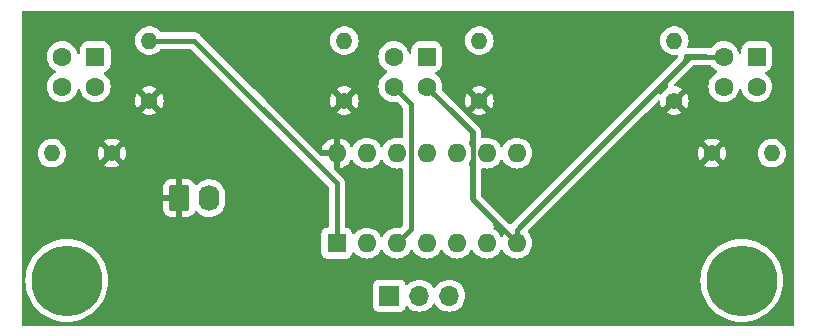
<source format=gbr>
%TF.GenerationSoftware,KiCad,Pcbnew,7.0.9*%
%TF.CreationDate,2024-02-01T16:38:21+03:00*%
%TF.ProjectId,line_sensor,6c696e65-5f73-4656-9e73-6f722e6b6963,rev?*%
%TF.SameCoordinates,Original*%
%TF.FileFunction,Copper,L1,Top*%
%TF.FilePolarity,Positive*%
%FSLAX46Y46*%
G04 Gerber Fmt 4.6, Leading zero omitted, Abs format (unit mm)*
G04 Created by KiCad (PCBNEW 7.0.9) date 2024-02-01 16:38:21*
%MOMM*%
%LPD*%
G01*
G04 APERTURE LIST*
G04 Aperture macros list*
%AMRoundRect*
0 Rectangle with rounded corners*
0 $1 Rounding radius*
0 $2 $3 $4 $5 $6 $7 $8 $9 X,Y pos of 4 corners*
0 Add a 4 corners polygon primitive as box body*
4,1,4,$2,$3,$4,$5,$6,$7,$8,$9,$2,$3,0*
0 Add four circle primitives for the rounded corners*
1,1,$1+$1,$2,$3*
1,1,$1+$1,$4,$5*
1,1,$1+$1,$6,$7*
1,1,$1+$1,$8,$9*
0 Add four rect primitives between the rounded corners*
20,1,$1+$1,$2,$3,$4,$5,0*
20,1,$1+$1,$4,$5,$6,$7,0*
20,1,$1+$1,$6,$7,$8,$9,0*
20,1,$1+$1,$8,$9,$2,$3,0*%
G04 Aperture macros list end*
%TA.AperFunction,ComponentPad*%
%ADD10C,0.800000*%
%TD*%
%TA.AperFunction,ComponentPad*%
%ADD11C,6.000000*%
%TD*%
%TA.AperFunction,ComponentPad*%
%ADD12R,1.600000X1.600000*%
%TD*%
%TA.AperFunction,ComponentPad*%
%ADD13O,1.600000X1.600000*%
%TD*%
%TA.AperFunction,ComponentPad*%
%ADD14RoundRect,0.249600X0.550400X0.550400X-0.550400X0.550400X-0.550400X-0.550400X0.550400X-0.550400X0*%
%TD*%
%TA.AperFunction,ComponentPad*%
%ADD15C,1.600000*%
%TD*%
%TA.AperFunction,ComponentPad*%
%ADD16C,1.400000*%
%TD*%
%TA.AperFunction,ComponentPad*%
%ADD17O,1.400000X1.400000*%
%TD*%
%TA.AperFunction,ComponentPad*%
%ADD18O,1.700000X1.700000*%
%TD*%
%TA.AperFunction,ComponentPad*%
%ADD19R,1.700000X1.700000*%
%TD*%
%TA.AperFunction,ComponentPad*%
%ADD20RoundRect,0.250000X-0.620000X-0.845000X0.620000X-0.845000X0.620000X0.845000X-0.620000X0.845000X0*%
%TD*%
%TA.AperFunction,ComponentPad*%
%ADD21O,1.740000X2.190000*%
%TD*%
%TA.AperFunction,Conductor*%
%ADD22C,0.400000*%
%TD*%
G04 APERTURE END LIST*
D10*
%TO.P,REF\u002A\u002A,1*%
%TO.N,N/C*%
X98080000Y-65405000D03*
X98739010Y-63814010D03*
X98739010Y-66995990D03*
X100330000Y-63155000D03*
D11*
X100330000Y-65405000D03*
D10*
X100330000Y-67655000D03*
X101920990Y-63814010D03*
X101920990Y-66995990D03*
X102580000Y-65405000D03*
%TD*%
D11*
%TO.P,REF\u002A\u002A,1*%
%TO.N,N/C*%
X157480000Y-65405000D03*
D10*
X159070990Y-63814010D03*
X155889010Y-66995990D03*
X159070990Y-66995990D03*
X159730000Y-65405000D03*
X157480000Y-67655000D03*
X157480000Y-63155000D03*
X155230000Y-65405000D03*
X155889010Y-63814010D03*
%TD*%
D12*
%TO.P,U4,1*%
%TO.N,Net-(U1-C)*%
X123190000Y-62230000D03*
D13*
%TO.P,U4,2*%
%TO.N,SENSORLEFT*%
X125730000Y-62230000D03*
%TO.P,U4,3*%
%TO.N,Net-(U2-C)*%
X128270000Y-62230000D03*
%TO.P,U4,4*%
%TO.N,SENSORMIDDLE*%
X130810000Y-62230000D03*
%TO.P,U4,5*%
%TO.N,Net-(U3-C)*%
X133350000Y-62230000D03*
%TO.P,U4,6*%
%TO.N,SENSORRIGHT*%
X135890000Y-62230000D03*
%TO.P,U4,7*%
%TO.N,GND*%
X138430000Y-62230000D03*
%TO.P,U4,8*%
%TO.N,N/C*%
X138430000Y-54610000D03*
%TO.P,U4,9*%
X135890000Y-54610000D03*
%TO.P,U4,10*%
X133350000Y-54610000D03*
%TO.P,U4,11*%
X130810000Y-54610000D03*
%TO.P,U4,12*%
X128270000Y-54610000D03*
%TO.P,U4,13*%
X125730000Y-54610000D03*
%TO.P,U4,14*%
%TO.N,+5V*%
X123190000Y-54610000D03*
%TD*%
D14*
%TO.P,U3,1,A*%
%TO.N,Net-(U3-A)*%
X158750000Y-46437500D03*
D15*
%TO.P,U3,2,K*%
%TO.N,GND*%
X158750000Y-48977500D03*
%TO.P,U3,3,C*%
%TO.N,Net-(U3-C)*%
X155950000Y-48977500D03*
%TO.P,U3,4,E*%
%TO.N,GND*%
X155950000Y-46437500D03*
%TD*%
D14*
%TO.P,U2,1,A*%
%TO.N,Net-(U2-A)*%
X130810000Y-46437500D03*
D15*
%TO.P,U2,2,K*%
%TO.N,GND*%
X130810000Y-48977500D03*
%TO.P,U2,3,C*%
%TO.N,Net-(U2-C)*%
X128010000Y-48977500D03*
%TO.P,U2,4,E*%
%TO.N,GND*%
X128010000Y-46437500D03*
%TD*%
%TO.P,U1,4,E*%
%TO.N,GND*%
X99940000Y-46437500D03*
%TO.P,U1,3,C*%
%TO.N,Net-(U1-C)*%
X99940000Y-48977500D03*
%TO.P,U1,2,K*%
%TO.N,GND*%
X102740000Y-48977500D03*
D14*
%TO.P,U1,1,A*%
%TO.N,Net-(U1-A)*%
X102740000Y-46437500D03*
%TD*%
D16*
%TO.P,R6,1*%
%TO.N,+5V*%
X154940000Y-54610000D03*
D17*
%TO.P,R6,2*%
%TO.N,Net-(U3-C)*%
X160020000Y-54610000D03*
%TD*%
D16*
%TO.P,R5,1*%
%TO.N,+5V*%
X151765000Y-50165000D03*
D17*
%TO.P,R5,2*%
%TO.N,Net-(U3-A)*%
X151765000Y-45085000D03*
%TD*%
D16*
%TO.P,R4,1*%
%TO.N,+5V*%
X135255000Y-50165000D03*
D17*
%TO.P,R4,2*%
%TO.N,Net-(U2-C)*%
X135255000Y-45085000D03*
%TD*%
D16*
%TO.P,R3,1*%
%TO.N,+5V*%
X123825000Y-50165000D03*
D17*
%TO.P,R3,2*%
%TO.N,Net-(U2-A)*%
X123825000Y-45085000D03*
%TD*%
D16*
%TO.P,R2,1*%
%TO.N,+5V*%
X107315000Y-50165000D03*
D17*
%TO.P,R2,2*%
%TO.N,Net-(U1-C)*%
X107315000Y-45085000D03*
%TD*%
D16*
%TO.P,R1,1*%
%TO.N,+5V*%
X104140000Y-54610000D03*
D17*
%TO.P,R1,2*%
%TO.N,Net-(U1-A)*%
X99060000Y-54610000D03*
%TD*%
D18*
%TO.P,J2,3,Pin_3*%
%TO.N,SENSORRIGHT*%
X132715000Y-66675000D03*
%TO.P,J2,2,Pin_2*%
%TO.N,SENSORMIDDLE*%
X130175000Y-66675000D03*
D19*
%TO.P,J2,1,Pin_1*%
%TO.N,SENSORLEFT*%
X127635000Y-66675000D03*
%TD*%
D20*
%TO.P,J1,1,Pin_1*%
%TO.N,+5V*%
X109855000Y-58420000D03*
D21*
%TO.P,J1,2,Pin_2*%
%TO.N,GND*%
X112395000Y-58420000D03*
%TD*%
D22*
%TO.N,Net-(U1-C)*%
X123190000Y-57150000D02*
X123190000Y-62230000D01*
X107315000Y-45085000D02*
X111125000Y-45085000D01*
X111125000Y-45085000D02*
X123190000Y-57150000D01*
%TO.N,Net-(U2-C)*%
X129470000Y-61030000D02*
X128270000Y-62230000D01*
X128010000Y-48977500D02*
X129470000Y-50437500D01*
X129470000Y-50437500D02*
X129470000Y-61030000D01*
%TO.N,GND*%
X134690000Y-58490000D02*
X138430000Y-62230000D01*
X134690000Y-52857500D02*
X134690000Y-58490000D01*
X130810000Y-48977500D02*
X134690000Y-52857500D01*
X138430000Y-61098630D02*
X138430000Y-62230000D01*
X153091130Y-46437500D02*
X138430000Y-61098630D01*
X155950000Y-46437500D02*
X153091130Y-46437500D01*
%TD*%
%TA.AperFunction,Conductor*%
%TO.N,GND*%
G36*
X134687865Y-55153348D02*
G01*
X134732382Y-55204725D01*
X134759429Y-55262728D01*
X134759432Y-55262734D01*
X134889951Y-55449137D01*
X134889952Y-55449138D01*
X134889953Y-55449139D01*
X134955306Y-55514492D01*
X134988790Y-55575813D01*
X134983806Y-55645505D01*
X134980418Y-55653684D01*
X134925164Y-55774670D01*
X134905478Y-55841711D01*
X134905476Y-55841716D01*
X134885000Y-55984137D01*
X134885000Y-58162016D01*
X134886450Y-58189070D01*
X134886450Y-58189071D01*
X134890731Y-58228879D01*
X134899385Y-58282288D01*
X134899385Y-58282290D01*
X134949666Y-58417095D01*
X134949668Y-58417100D01*
X134983153Y-58478423D01*
X135069377Y-58593604D01*
X135069381Y-58593608D01*
X135069386Y-58593614D01*
X136835199Y-60359426D01*
X137419173Y-60943400D01*
X137490489Y-61002686D01*
X137527841Y-61028332D01*
X137527846Y-61028335D01*
X137527845Y-61028335D01*
X137546778Y-61038919D01*
X137554949Y-61043488D01*
X137603858Y-61093384D01*
X137618028Y-61161802D01*
X137592958Y-61227019D01*
X137582120Y-61239402D01*
X137430339Y-61391183D01*
X137299867Y-61577515D01*
X137272657Y-61635867D01*
X137226484Y-61688306D01*
X137159290Y-61707457D01*
X137092409Y-61687241D01*
X137047893Y-61635865D01*
X137020570Y-61577271D01*
X137020567Y-61577265D01*
X136972535Y-61508668D01*
X136922839Y-61437693D01*
X136890045Y-61390858D01*
X136729141Y-61229954D01*
X136622546Y-61155317D01*
X136542734Y-61099432D01*
X136513923Y-61085997D01*
X136461485Y-61039825D01*
X136442334Y-60972631D01*
X136445164Y-60947257D01*
X136445686Y-60944860D01*
X136458935Y-60883953D01*
X136463919Y-60814261D01*
X136453655Y-60670750D01*
X136403373Y-60535941D01*
X136369888Y-60474618D01*
X136283664Y-60359437D01*
X136283658Y-60359431D01*
X136283654Y-60359426D01*
X134563015Y-58638787D01*
X134551333Y-58627786D01*
X134536450Y-58610981D01*
X134527481Y-58598787D01*
X134512816Y-58572785D01*
X134506182Y-58556775D01*
X134498150Y-58527960D01*
X134495871Y-58512980D01*
X134494517Y-58490587D01*
X134495000Y-58474576D01*
X134495000Y-55941381D01*
X134489564Y-55867443D01*
X134489563Y-55867442D01*
X134484259Y-55831564D01*
X134484259Y-55831561D01*
X134474546Y-55788167D01*
X134468072Y-55759236D01*
X134407264Y-55628837D01*
X134382125Y-55590395D01*
X134369027Y-55570365D01*
X134369025Y-55570362D01*
X134369022Y-55570358D01*
X134369019Y-55570353D01*
X134369014Y-55570348D01*
X134368999Y-55570327D01*
X134368992Y-55570310D01*
X134366339Y-55566065D01*
X134367217Y-55565515D01*
X134344734Y-55504806D01*
X134359744Y-55436568D01*
X134366863Y-55425123D01*
X134480568Y-55262734D01*
X134507618Y-55204724D01*
X134553790Y-55152285D01*
X134620983Y-55133133D01*
X134687865Y-55153348D01*
G37*
%TD.AperFunction*%
%TA.AperFunction,Conductor*%
G36*
X152745347Y-46203811D02*
G01*
X152878440Y-46237395D01*
X152878443Y-46237395D01*
X152878446Y-46237396D01*
X152947926Y-46244674D01*
X152947929Y-46244674D01*
X152947936Y-46244675D01*
X153058007Y-46240441D01*
X153064094Y-46240507D01*
X153087544Y-46241926D01*
X153106553Y-46242500D01*
X154526772Y-46242500D01*
X154593811Y-46262185D01*
X154639566Y-46314989D01*
X154650300Y-46377307D01*
X154645034Y-46437497D01*
X154645034Y-46437502D01*
X154650300Y-46497693D01*
X154636533Y-46566193D01*
X154587918Y-46616376D01*
X154526772Y-46632500D01*
X153419110Y-46632500D01*
X153392071Y-46633949D01*
X153392063Y-46633949D01*
X153392060Y-46633950D01*
X153392059Y-46633950D01*
X153352251Y-46638231D01*
X153298841Y-46646885D01*
X153298839Y-46646885D01*
X153164034Y-46697166D01*
X153102706Y-46730653D01*
X153102704Y-46730654D01*
X152987533Y-46816869D01*
X152987515Y-46816885D01*
X151402130Y-48402271D01*
X151389959Y-48415344D01*
X151377905Y-48428762D01*
X151377904Y-48428763D01*
X151300116Y-48549804D01*
X151300107Y-48549822D01*
X151271135Y-48613264D01*
X151271091Y-48613356D01*
X151230555Y-48751418D01*
X151230555Y-48895293D01*
X151230556Y-48895297D01*
X151240500Y-48964455D01*
X151240501Y-48964458D01*
X151240502Y-48964465D01*
X151242039Y-48969699D01*
X151242039Y-49039569D01*
X151204264Y-49098347D01*
X151188340Y-49110060D01*
X151038436Y-49202877D01*
X150874020Y-49352761D01*
X150739943Y-49530308D01*
X150739940Y-49530313D01*
X150716536Y-49577315D01*
X150669032Y-49628551D01*
X150601369Y-49645972D01*
X150579179Y-49643208D01*
X150522730Y-49630928D01*
X150522719Y-49630927D01*
X150489495Y-49628551D01*
X150453029Y-49625943D01*
X150453026Y-49625943D01*
X150309523Y-49636206D01*
X150309521Y-49636206D01*
X150174711Y-49686485D01*
X150174709Y-49686486D01*
X150113396Y-49719964D01*
X150113389Y-49719969D01*
X149998207Y-49806194D01*
X149998195Y-49806204D01*
X145194404Y-54609997D01*
X139009480Y-60794920D01*
X139009464Y-60794938D01*
X138941668Y-60879066D01*
X138941654Y-60879084D01*
X138912669Y-60924186D01*
X138859865Y-60969940D01*
X138790706Y-60979883D01*
X138776262Y-60976920D01*
X138656610Y-60944860D01*
X138656600Y-60944858D01*
X138600946Y-60939989D01*
X138535878Y-60914536D01*
X138494900Y-60857944D01*
X138491023Y-60788182D01*
X138524071Y-60728784D01*
X152424715Y-46828141D01*
X152424715Y-46828140D01*
X152424722Y-46828134D01*
X152446102Y-46803822D01*
X152475365Y-46765906D01*
X152499134Y-46730653D01*
X152511535Y-46712262D01*
X152565756Y-46578989D01*
X152582032Y-46513498D01*
X152582336Y-46512453D01*
X152582608Y-46511182D01*
X152582609Y-46511179D01*
X152597086Y-46368029D01*
X152593123Y-46346831D01*
X152600152Y-46277317D01*
X152643648Y-46222637D01*
X152709802Y-46200153D01*
X152745347Y-46203811D01*
G37*
%TD.AperFunction*%
%TA.AperFunction,Conductor*%
G36*
X131622317Y-49436263D02*
G01*
X131650816Y-49480607D01*
X131653871Y-49488797D01*
X131653873Y-49488802D01*
X131653876Y-49488808D01*
X131687361Y-49550131D01*
X131773585Y-49665312D01*
X131773589Y-49665316D01*
X131773594Y-49665322D01*
X134817012Y-52708739D01*
X134828649Y-52719695D01*
X134843524Y-52736486D01*
X134852504Y-52748693D01*
X134867183Y-52774718D01*
X134873823Y-52790747D01*
X134881855Y-52819572D01*
X134884131Y-52834548D01*
X134885483Y-52856917D01*
X134885000Y-52872920D01*
X134885000Y-53243383D01*
X134885447Y-53258420D01*
X134886772Y-53280647D01*
X134889452Y-53310590D01*
X134889452Y-53310594D01*
X134926687Y-53449561D01*
X134926692Y-53449575D01*
X134954194Y-53513800D01*
X134954196Y-53513803D01*
X134976462Y-53550334D01*
X134994545Y-53617823D01*
X134973269Y-53684375D01*
X134958262Y-53702551D01*
X134889951Y-53770862D01*
X134759432Y-53957265D01*
X134759431Y-53957267D01*
X134732382Y-54015275D01*
X134686209Y-54067714D01*
X134619016Y-54086866D01*
X134552135Y-54066650D01*
X134507618Y-54015275D01*
X134480568Y-53957267D01*
X134480567Y-53957265D01*
X134366816Y-53794809D01*
X134344489Y-53728602D01*
X134361500Y-53660835D01*
X134374674Y-53642488D01*
X134395067Y-53618955D01*
X134454838Y-53488078D01*
X134474523Y-53421039D01*
X134474524Y-53421035D01*
X134495000Y-53278619D01*
X134495000Y-53185480D01*
X134493551Y-53158441D01*
X134489269Y-53118621D01*
X134480614Y-53065209D01*
X134430332Y-52930400D01*
X134396847Y-52869077D01*
X134310623Y-52753896D01*
X134310618Y-52753891D01*
X134310613Y-52753885D01*
X132904212Y-51347485D01*
X131497812Y-49941085D01*
X131457685Y-49906592D01*
X131440094Y-49891470D01*
X131410093Y-49869380D01*
X131410094Y-49869381D01*
X131345567Y-49828989D01*
X131313615Y-49817646D01*
X131267418Y-49788472D01*
X130854399Y-49375453D01*
X130935148Y-49362665D01*
X131048045Y-49305141D01*
X131137641Y-49215545D01*
X131195165Y-49102648D01*
X131207953Y-49021899D01*
X131622317Y-49436263D01*
G37*
%TD.AperFunction*%
%TD*%
%TA.AperFunction,Conductor*%
%TO.N,+5V*%
G36*
X123440000Y-55888872D02*
G01*
X123636317Y-55836269D01*
X123636326Y-55836265D01*
X123842482Y-55740134D01*
X124028820Y-55609657D01*
X124189657Y-55448820D01*
X124320132Y-55262484D01*
X124347341Y-55204134D01*
X124393513Y-55151695D01*
X124460707Y-55132542D01*
X124527588Y-55152757D01*
X124572106Y-55204133D01*
X124599431Y-55262732D01*
X124599432Y-55262734D01*
X124729954Y-55449141D01*
X124890858Y-55610045D01*
X124890861Y-55610047D01*
X125077266Y-55740568D01*
X125283504Y-55836739D01*
X125503308Y-55895635D01*
X125665230Y-55909801D01*
X125729998Y-55915468D01*
X125730000Y-55915468D01*
X125730002Y-55915468D01*
X125786673Y-55910509D01*
X125956692Y-55895635D01*
X126176496Y-55836739D01*
X126382734Y-55740568D01*
X126569139Y-55610047D01*
X126730047Y-55449139D01*
X126860568Y-55262734D01*
X126887618Y-55204724D01*
X126933790Y-55152285D01*
X127000983Y-55133133D01*
X127067865Y-55153348D01*
X127112382Y-55204725D01*
X127139429Y-55262728D01*
X127139432Y-55262734D01*
X127269954Y-55449141D01*
X127430858Y-55610045D01*
X127430861Y-55610047D01*
X127617266Y-55740568D01*
X127823504Y-55836739D01*
X128043308Y-55895635D01*
X128205230Y-55909801D01*
X128269998Y-55915468D01*
X128270000Y-55915468D01*
X128270002Y-55915468D01*
X128326673Y-55910509D01*
X128496692Y-55895635D01*
X128613408Y-55864361D01*
X128683256Y-55866024D01*
X128741119Y-55905186D01*
X128768623Y-55969415D01*
X128769500Y-55984136D01*
X128769500Y-60688480D01*
X128749815Y-60755519D01*
X128733181Y-60776162D01*
X128600369Y-60908973D01*
X128539046Y-60942457D01*
X128501881Y-60944819D01*
X128496680Y-60944364D01*
X128477171Y-60942657D01*
X128270002Y-60924532D01*
X128269998Y-60924532D01*
X128043313Y-60944364D01*
X128043302Y-60944366D01*
X127823511Y-61003258D01*
X127823502Y-61003261D01*
X127617267Y-61099431D01*
X127617265Y-61099432D01*
X127430858Y-61229954D01*
X127269954Y-61390858D01*
X127139432Y-61577265D01*
X127139431Y-61577267D01*
X127112382Y-61635275D01*
X127066209Y-61687714D01*
X126999016Y-61706866D01*
X126932135Y-61686650D01*
X126887618Y-61635275D01*
X126860568Y-61577267D01*
X126860567Y-61577265D01*
X126730045Y-61390858D01*
X126569141Y-61229954D01*
X126382734Y-61099432D01*
X126382732Y-61099431D01*
X126176497Y-61003261D01*
X126176488Y-61003258D01*
X125956697Y-60944366D01*
X125956693Y-60944365D01*
X125956692Y-60944365D01*
X125956691Y-60944364D01*
X125956686Y-60944364D01*
X125730002Y-60924532D01*
X125729998Y-60924532D01*
X125503313Y-60944364D01*
X125503302Y-60944366D01*
X125283511Y-61003258D01*
X125283502Y-61003261D01*
X125077267Y-61099431D01*
X125077265Y-61099432D01*
X124890858Y-61229954D01*
X124729954Y-61390858D01*
X124712725Y-61415464D01*
X124658147Y-61459088D01*
X124588648Y-61466280D01*
X124526294Y-61434757D01*
X124490882Y-61374526D01*
X124487861Y-61357591D01*
X124484091Y-61322516D01*
X124433797Y-61187671D01*
X124433793Y-61187664D01*
X124347547Y-61072455D01*
X124347544Y-61072452D01*
X124232335Y-60986206D01*
X124232328Y-60986202D01*
X124097482Y-60935908D01*
X124097483Y-60935908D01*
X124037883Y-60929501D01*
X124037881Y-60929500D01*
X124037873Y-60929500D01*
X124037865Y-60929500D01*
X124014500Y-60929500D01*
X123947461Y-60909815D01*
X123901706Y-60857011D01*
X123890500Y-60805500D01*
X123890500Y-57173047D01*
X123890613Y-57169302D01*
X123894358Y-57107394D01*
X123883175Y-57046371D01*
X123882613Y-57042674D01*
X123880316Y-57023760D01*
X123875140Y-56981128D01*
X123871548Y-56971656D01*
X123865521Y-56950034D01*
X123863695Y-56940071D01*
X123863695Y-56940069D01*
X123838224Y-56883476D01*
X123836817Y-56880079D01*
X123814818Y-56822070D01*
X123814816Y-56822068D01*
X123814816Y-56822066D01*
X123809062Y-56813731D01*
X123798034Y-56794177D01*
X123793880Y-56784947D01*
X123793878Y-56784944D01*
X123755621Y-56736112D01*
X123753427Y-56733130D01*
X123718183Y-56682071D01*
X123671750Y-56640935D01*
X123669056Y-56638399D01*
X122976319Y-55945662D01*
X122942834Y-55884339D01*
X122940000Y-55857981D01*
X122940000Y-54925686D01*
X122951955Y-54937641D01*
X123064852Y-54995165D01*
X123158519Y-55010000D01*
X123221481Y-55010000D01*
X123315148Y-54995165D01*
X123428045Y-54937641D01*
X123440000Y-54925686D01*
X123440000Y-55888872D01*
G37*
%TD.AperFunction*%
%TA.AperFunction,Conductor*%
G36*
X161867539Y-42565185D02*
G01*
X161913294Y-42617989D01*
X161924500Y-42669500D01*
X161924500Y-69090500D01*
X161904815Y-69157539D01*
X161852011Y-69203294D01*
X161800500Y-69214500D01*
X96644500Y-69214500D01*
X96577461Y-69194815D01*
X96531706Y-69142011D01*
X96520500Y-69090500D01*
X96520500Y-65405000D01*
X96824696Y-65405000D01*
X96843898Y-65771405D01*
X96901294Y-66133788D01*
X96901294Y-66133790D01*
X96996260Y-66488206D01*
X97127746Y-66830739D01*
X97294320Y-67157656D01*
X97494147Y-67465364D01*
X97695078Y-67713493D01*
X97725051Y-67750506D01*
X97984494Y-68009949D01*
X98003697Y-68025499D01*
X98269635Y-68240852D01*
X98577343Y-68440679D01*
X98577348Y-68440682D01*
X98904264Y-68607255D01*
X99246801Y-68738742D01*
X99601206Y-68833705D01*
X99963596Y-68891102D01*
X100309734Y-68909241D01*
X100329999Y-68910304D01*
X100330000Y-68910304D01*
X100330001Y-68910304D01*
X100349203Y-68909297D01*
X100696404Y-68891102D01*
X101058794Y-68833705D01*
X101413199Y-68738742D01*
X101755736Y-68607255D01*
X102082652Y-68440682D01*
X102390366Y-68240851D01*
X102675506Y-68009949D01*
X102934949Y-67750506D01*
X103078796Y-67572870D01*
X126284500Y-67572870D01*
X126284501Y-67572876D01*
X126290908Y-67632483D01*
X126341202Y-67767328D01*
X126341206Y-67767335D01*
X126427452Y-67882544D01*
X126427455Y-67882547D01*
X126542664Y-67968793D01*
X126542671Y-67968797D01*
X126677517Y-68019091D01*
X126677516Y-68019091D01*
X126684444Y-68019835D01*
X126737127Y-68025500D01*
X128532872Y-68025499D01*
X128592483Y-68019091D01*
X128727331Y-67968796D01*
X128842546Y-67882546D01*
X128928796Y-67767331D01*
X128977810Y-67635916D01*
X129019681Y-67579984D01*
X129085145Y-67555566D01*
X129153418Y-67570417D01*
X129181673Y-67591569D01*
X129303599Y-67713495D01*
X129400384Y-67781265D01*
X129497165Y-67849032D01*
X129497167Y-67849033D01*
X129497170Y-67849035D01*
X129711337Y-67948903D01*
X129939592Y-68010063D01*
X130116034Y-68025500D01*
X130174999Y-68030659D01*
X130175000Y-68030659D01*
X130175001Y-68030659D01*
X130233966Y-68025500D01*
X130410408Y-68010063D01*
X130638663Y-67948903D01*
X130852830Y-67849035D01*
X131046401Y-67713495D01*
X131213495Y-67546401D01*
X131343425Y-67360842D01*
X131398002Y-67317217D01*
X131467500Y-67310023D01*
X131529855Y-67341546D01*
X131546575Y-67360842D01*
X131676500Y-67546395D01*
X131676505Y-67546401D01*
X131843599Y-67713495D01*
X131940384Y-67781265D01*
X132037165Y-67849032D01*
X132037167Y-67849033D01*
X132037170Y-67849035D01*
X132251337Y-67948903D01*
X132479592Y-68010063D01*
X132656034Y-68025500D01*
X132714999Y-68030659D01*
X132715000Y-68030659D01*
X132715001Y-68030659D01*
X132773966Y-68025500D01*
X132950408Y-68010063D01*
X133178663Y-67948903D01*
X133392830Y-67849035D01*
X133586401Y-67713495D01*
X133753495Y-67546401D01*
X133889035Y-67352830D01*
X133988903Y-67138663D01*
X134050063Y-66910408D01*
X134070659Y-66675000D01*
X134050063Y-66439592D01*
X133988903Y-66211337D01*
X133889035Y-65997171D01*
X133883425Y-65989158D01*
X133753494Y-65803597D01*
X133586402Y-65636506D01*
X133586395Y-65636501D01*
X133392834Y-65500967D01*
X133392830Y-65500965D01*
X133392828Y-65500964D01*
X133187033Y-65405000D01*
X153974696Y-65405000D01*
X153993898Y-65771405D01*
X154051294Y-66133788D01*
X154051294Y-66133790D01*
X154146260Y-66488206D01*
X154277746Y-66830739D01*
X154444320Y-67157656D01*
X154644147Y-67465364D01*
X154845078Y-67713493D01*
X154875051Y-67750506D01*
X155134494Y-68009949D01*
X155153697Y-68025499D01*
X155419635Y-68240852D01*
X155727343Y-68440679D01*
X155727348Y-68440682D01*
X156054264Y-68607255D01*
X156396801Y-68738742D01*
X156751206Y-68833705D01*
X157113596Y-68891102D01*
X157459734Y-68909241D01*
X157479999Y-68910304D01*
X157480000Y-68910304D01*
X157480001Y-68910304D01*
X157499203Y-68909297D01*
X157846404Y-68891102D01*
X158208794Y-68833705D01*
X158563199Y-68738742D01*
X158905736Y-68607255D01*
X159232652Y-68440682D01*
X159540366Y-68240851D01*
X159825506Y-68009949D01*
X160084949Y-67750506D01*
X160315851Y-67465366D01*
X160515682Y-67157652D01*
X160682255Y-66830736D01*
X160813742Y-66488199D01*
X160908705Y-66133794D01*
X160966102Y-65771404D01*
X160985304Y-65405000D01*
X160966102Y-65038596D01*
X160908705Y-64676206D01*
X160813742Y-64321801D01*
X160682255Y-63979264D01*
X160515682Y-63652348D01*
X160439780Y-63535468D01*
X160315852Y-63344635D01*
X160099831Y-63077872D01*
X160084949Y-63059494D01*
X159825506Y-62800051D01*
X159672930Y-62676497D01*
X159540364Y-62569147D01*
X159232656Y-62369320D01*
X158905739Y-62202746D01*
X158563206Y-62071260D01*
X158563199Y-62071258D01*
X158208794Y-61976295D01*
X158208790Y-61976294D01*
X158208789Y-61976294D01*
X157846405Y-61918898D01*
X157480001Y-61899696D01*
X157479999Y-61899696D01*
X157113594Y-61918898D01*
X156751211Y-61976294D01*
X156751209Y-61976294D01*
X156396793Y-62071260D01*
X156054260Y-62202746D01*
X155727343Y-62369320D01*
X155419635Y-62569147D01*
X155134498Y-62800047D01*
X155134490Y-62800054D01*
X154875054Y-63059490D01*
X154875047Y-63059498D01*
X154644147Y-63344635D01*
X154444320Y-63652343D01*
X154277746Y-63979260D01*
X154146260Y-64321793D01*
X154051294Y-64676209D01*
X154051294Y-64676211D01*
X153993898Y-65038594D01*
X153974696Y-65404999D01*
X153974696Y-65405000D01*
X133187033Y-65405000D01*
X133178663Y-65401097D01*
X133178659Y-65401096D01*
X133178655Y-65401094D01*
X132950413Y-65339938D01*
X132950403Y-65339936D01*
X132715001Y-65319341D01*
X132714999Y-65319341D01*
X132479596Y-65339936D01*
X132479586Y-65339938D01*
X132251344Y-65401094D01*
X132251335Y-65401098D01*
X132037171Y-65500964D01*
X132037169Y-65500965D01*
X131843597Y-65636505D01*
X131676505Y-65803597D01*
X131546575Y-65989158D01*
X131491998Y-66032783D01*
X131422500Y-66039977D01*
X131360145Y-66008454D01*
X131343425Y-65989158D01*
X131213494Y-65803597D01*
X131046402Y-65636506D01*
X131046395Y-65636501D01*
X130852834Y-65500967D01*
X130852830Y-65500965D01*
X130852828Y-65500964D01*
X130638663Y-65401097D01*
X130638659Y-65401096D01*
X130638655Y-65401094D01*
X130410413Y-65339938D01*
X130410403Y-65339936D01*
X130175001Y-65319341D01*
X130174999Y-65319341D01*
X129939596Y-65339936D01*
X129939586Y-65339938D01*
X129711344Y-65401094D01*
X129711335Y-65401098D01*
X129497171Y-65500964D01*
X129497169Y-65500965D01*
X129303600Y-65636503D01*
X129181673Y-65758430D01*
X129120350Y-65791914D01*
X129050658Y-65786930D01*
X128994725Y-65745058D01*
X128977810Y-65714081D01*
X128928797Y-65582671D01*
X128928793Y-65582664D01*
X128842547Y-65467455D01*
X128842544Y-65467452D01*
X128727335Y-65381206D01*
X128727328Y-65381202D01*
X128592482Y-65330908D01*
X128592483Y-65330908D01*
X128532883Y-65324501D01*
X128532881Y-65324500D01*
X128532873Y-65324500D01*
X128532864Y-65324500D01*
X126737129Y-65324500D01*
X126737123Y-65324501D01*
X126677516Y-65330908D01*
X126542671Y-65381202D01*
X126542664Y-65381206D01*
X126427455Y-65467452D01*
X126427452Y-65467455D01*
X126341206Y-65582664D01*
X126341202Y-65582671D01*
X126290908Y-65717517D01*
X126284501Y-65777116D01*
X126284500Y-65777135D01*
X126284500Y-67572870D01*
X103078796Y-67572870D01*
X103165851Y-67465366D01*
X103365682Y-67157652D01*
X103532255Y-66830736D01*
X103663742Y-66488199D01*
X103758705Y-66133794D01*
X103816102Y-65771404D01*
X103835304Y-65405000D01*
X103816102Y-65038596D01*
X103758705Y-64676206D01*
X103663742Y-64321801D01*
X103532255Y-63979264D01*
X103365682Y-63652348D01*
X103289780Y-63535468D01*
X103165852Y-63344635D01*
X102949831Y-63077872D01*
X102934949Y-63059494D01*
X102675506Y-62800051D01*
X102522930Y-62676497D01*
X102390364Y-62569147D01*
X102082656Y-62369320D01*
X101755739Y-62202746D01*
X101413206Y-62071260D01*
X101413199Y-62071258D01*
X101058794Y-61976295D01*
X101058790Y-61976294D01*
X101058789Y-61976294D01*
X100696405Y-61918898D01*
X100330001Y-61899696D01*
X100329999Y-61899696D01*
X99963594Y-61918898D01*
X99601211Y-61976294D01*
X99601209Y-61976294D01*
X99246793Y-62071260D01*
X98904260Y-62202746D01*
X98577343Y-62369320D01*
X98269635Y-62569147D01*
X97984498Y-62800047D01*
X97984490Y-62800054D01*
X97725054Y-63059490D01*
X97725047Y-63059498D01*
X97494147Y-63344635D01*
X97294320Y-63652343D01*
X97127746Y-63979260D01*
X96996260Y-64321793D01*
X96901294Y-64676209D01*
X96901294Y-64676211D01*
X96843898Y-65038594D01*
X96824696Y-65404999D01*
X96824696Y-65405000D01*
X96520500Y-65405000D01*
X96520500Y-58170000D01*
X108485000Y-58170000D01*
X109314530Y-58170000D01*
X109275315Y-58264674D01*
X109254866Y-58420000D01*
X109275315Y-58575326D01*
X109314530Y-58670000D01*
X108485001Y-58670000D01*
X108485001Y-59314986D01*
X108495494Y-59417697D01*
X108550641Y-59584119D01*
X108550643Y-59584124D01*
X108642684Y-59733345D01*
X108766654Y-59857315D01*
X108915875Y-59949356D01*
X108915880Y-59949358D01*
X109082302Y-60004505D01*
X109082309Y-60004506D01*
X109185019Y-60014999D01*
X109604999Y-60014999D01*
X109605000Y-60014998D01*
X109605000Y-58960469D01*
X109699674Y-58999685D01*
X109816003Y-59015000D01*
X109893997Y-59015000D01*
X110010326Y-58999685D01*
X110105000Y-58960469D01*
X110105000Y-60014999D01*
X110524972Y-60014999D01*
X110524986Y-60014998D01*
X110627697Y-60004505D01*
X110794119Y-59949358D01*
X110794124Y-59949356D01*
X110943345Y-59857315D01*
X111067315Y-59733345D01*
X111159359Y-59584118D01*
X111160496Y-59581681D01*
X111161722Y-59580287D01*
X111163149Y-59577975D01*
X111163544Y-59578218D01*
X111206664Y-59529237D01*
X111273855Y-59510080D01*
X111340738Y-59530290D01*
X111362404Y-59548275D01*
X111486272Y-59677516D01*
X111486273Y-59677517D01*
X111673834Y-59816237D01*
X111673836Y-59816238D01*
X111673839Y-59816240D01*
X111882153Y-59921270D01*
X112105220Y-59989583D01*
X112336624Y-60019216D01*
X112569707Y-60009314D01*
X112797765Y-59960164D01*
X113014235Y-59873179D01*
X113212891Y-59750862D01*
X113388018Y-59596731D01*
X113534578Y-59415220D01*
X113648354Y-59211552D01*
X113726073Y-58991584D01*
X113765500Y-58761647D01*
X113765500Y-58136784D01*
X113750670Y-57962547D01*
X113691885Y-57736781D01*
X113595792Y-57524198D01*
X113465153Y-57330912D01*
X113303728Y-57162484D01*
X113303727Y-57162483D01*
X113303726Y-57162482D01*
X113116165Y-57023762D01*
X113109122Y-57020211D01*
X112907847Y-56918730D01*
X112684780Y-56850417D01*
X112684778Y-56850416D01*
X112684776Y-56850416D01*
X112453370Y-56820783D01*
X112220299Y-56830685D01*
X112220290Y-56830686D01*
X111992233Y-56879836D01*
X111992230Y-56879837D01*
X111775768Y-56966819D01*
X111577110Y-57089137D01*
X111401981Y-57243269D01*
X111369313Y-57283728D01*
X111311881Y-57323521D01*
X111242054Y-57325946D01*
X111182000Y-57290235D01*
X111160449Y-57258221D01*
X111159354Y-57255872D01*
X111067315Y-57106654D01*
X110943345Y-56982684D01*
X110794124Y-56890643D01*
X110794119Y-56890641D01*
X110627697Y-56835494D01*
X110627690Y-56835493D01*
X110524986Y-56825000D01*
X110105000Y-56825000D01*
X110105000Y-57879530D01*
X110010326Y-57840315D01*
X109893997Y-57825000D01*
X109816003Y-57825000D01*
X109699674Y-57840315D01*
X109605000Y-57879530D01*
X109605000Y-56825000D01*
X109185028Y-56825000D01*
X109185012Y-56825001D01*
X109082302Y-56835494D01*
X108915880Y-56890641D01*
X108915875Y-56890643D01*
X108766654Y-56982684D01*
X108642684Y-57106654D01*
X108550643Y-57255875D01*
X108550641Y-57255880D01*
X108495494Y-57422302D01*
X108495493Y-57422309D01*
X108485000Y-57525013D01*
X108485000Y-58170000D01*
X96520500Y-58170000D01*
X96520500Y-54610000D01*
X97854357Y-54610000D01*
X97874884Y-54831535D01*
X97874885Y-54831537D01*
X97935769Y-55045523D01*
X97935775Y-55045538D01*
X98034938Y-55244683D01*
X98034943Y-55244691D01*
X98169020Y-55422238D01*
X98333437Y-55572123D01*
X98333439Y-55572125D01*
X98522595Y-55689245D01*
X98522596Y-55689245D01*
X98522599Y-55689247D01*
X98730060Y-55769618D01*
X98948757Y-55810500D01*
X98948759Y-55810500D01*
X99171241Y-55810500D01*
X99171243Y-55810500D01*
X99389940Y-55769618D01*
X99597401Y-55689247D01*
X99714278Y-55616880D01*
X103486672Y-55616880D01*
X103602821Y-55688797D01*
X103602822Y-55688798D01*
X103810195Y-55769134D01*
X104028807Y-55810000D01*
X104251193Y-55810000D01*
X104469809Y-55769133D01*
X104677168Y-55688801D01*
X104677181Y-55688795D01*
X104793326Y-55616879D01*
X104140001Y-54963553D01*
X104140000Y-54963553D01*
X103486672Y-55616879D01*
X103486672Y-55616880D01*
X99714278Y-55616880D01*
X99786562Y-55572124D01*
X99950981Y-55422236D01*
X100085058Y-55244689D01*
X100184229Y-55045528D01*
X100245115Y-54831536D01*
X100265643Y-54610000D01*
X102934859Y-54610000D01*
X102955378Y-54831439D01*
X103016240Y-55045350D01*
X103115369Y-55244428D01*
X103131137Y-55265308D01*
X103131138Y-55265308D01*
X103757145Y-54639302D01*
X103786372Y-54639302D01*
X103815047Y-54752538D01*
X103878936Y-54850327D01*
X103971115Y-54922072D01*
X104081595Y-54960000D01*
X104169005Y-54960000D01*
X104255216Y-54945614D01*
X104357947Y-54890019D01*
X104437060Y-54804079D01*
X104483982Y-54697108D01*
X104491200Y-54610000D01*
X104493553Y-54610000D01*
X105148861Y-55265308D01*
X105164631Y-55244425D01*
X105164633Y-55244422D01*
X105263759Y-55045350D01*
X105324621Y-54831439D01*
X105345141Y-54610000D01*
X105345141Y-54609999D01*
X105324621Y-54388560D01*
X105263759Y-54174649D01*
X105164635Y-53975580D01*
X105164630Y-53975572D01*
X105148860Y-53954690D01*
X104493553Y-54609999D01*
X104493553Y-54610000D01*
X104491200Y-54610000D01*
X104493628Y-54580698D01*
X104464953Y-54467462D01*
X104401064Y-54369673D01*
X104308885Y-54297928D01*
X104198405Y-54260000D01*
X104110995Y-54260000D01*
X104024784Y-54274386D01*
X103922053Y-54329981D01*
X103842940Y-54415921D01*
X103796018Y-54522892D01*
X103786372Y-54639302D01*
X103757145Y-54639302D01*
X103786447Y-54610000D01*
X103131138Y-53954691D01*
X103131137Y-53954691D01*
X103115368Y-53975574D01*
X103016240Y-54174649D01*
X102955378Y-54388560D01*
X102934859Y-54609999D01*
X102934859Y-54610000D01*
X100265643Y-54610000D01*
X100245115Y-54388464D01*
X100184229Y-54174472D01*
X100184224Y-54174461D01*
X100085061Y-53975316D01*
X100085056Y-53975308D01*
X99950979Y-53797761D01*
X99786562Y-53647876D01*
X99786560Y-53647874D01*
X99714278Y-53603119D01*
X103486671Y-53603119D01*
X104140000Y-54256447D01*
X104140001Y-54256447D01*
X104793327Y-53603119D01*
X104677178Y-53531202D01*
X104677177Y-53531201D01*
X104469804Y-53450865D01*
X104251193Y-53410000D01*
X104028807Y-53410000D01*
X103810195Y-53450865D01*
X103602824Y-53531200D01*
X103602823Y-53531201D01*
X103486671Y-53603119D01*
X99714278Y-53603119D01*
X99597404Y-53530754D01*
X99597398Y-53530752D01*
X99389940Y-53450382D01*
X99171243Y-53409500D01*
X98948757Y-53409500D01*
X98730060Y-53450382D01*
X98653956Y-53479865D01*
X98522601Y-53530752D01*
X98522595Y-53530754D01*
X98333439Y-53647874D01*
X98333437Y-53647876D01*
X98169020Y-53797761D01*
X98034943Y-53975308D01*
X98034938Y-53975316D01*
X97935775Y-54174461D01*
X97935769Y-54174476D01*
X97874885Y-54388462D01*
X97874884Y-54388464D01*
X97854357Y-54609999D01*
X97854357Y-54610000D01*
X96520500Y-54610000D01*
X96520500Y-51171880D01*
X106661672Y-51171880D01*
X106777821Y-51243797D01*
X106777822Y-51243798D01*
X106985195Y-51324134D01*
X107203807Y-51365000D01*
X107426193Y-51365000D01*
X107644809Y-51324133D01*
X107852168Y-51243801D01*
X107852181Y-51243795D01*
X107968326Y-51171879D01*
X107315001Y-50518553D01*
X107315000Y-50518553D01*
X106661672Y-51171879D01*
X106661672Y-51171880D01*
X96520500Y-51171880D01*
X96520500Y-48977501D01*
X98634532Y-48977501D01*
X98654364Y-49204186D01*
X98654366Y-49204197D01*
X98713258Y-49423988D01*
X98713261Y-49423997D01*
X98809431Y-49630232D01*
X98809432Y-49630234D01*
X98939954Y-49816641D01*
X99100858Y-49977545D01*
X99100861Y-49977547D01*
X99287266Y-50108068D01*
X99493504Y-50204239D01*
X99713308Y-50263135D01*
X99875230Y-50277301D01*
X99939998Y-50282968D01*
X99940000Y-50282968D01*
X99940002Y-50282968D01*
X99996673Y-50278009D01*
X100166692Y-50263135D01*
X100386496Y-50204239D01*
X100592734Y-50108068D01*
X100779139Y-49977547D01*
X100940047Y-49816639D01*
X101070568Y-49630234D01*
X101166739Y-49423996D01*
X101220225Y-49224381D01*
X101256590Y-49164721D01*
X101319437Y-49134192D01*
X101388812Y-49142487D01*
X101442690Y-49186972D01*
X101459775Y-49224382D01*
X101513258Y-49423988D01*
X101513261Y-49423997D01*
X101609431Y-49630232D01*
X101609432Y-49630234D01*
X101739954Y-49816641D01*
X101900858Y-49977545D01*
X101900861Y-49977547D01*
X102087266Y-50108068D01*
X102293504Y-50204239D01*
X102513308Y-50263135D01*
X102675230Y-50277301D01*
X102739998Y-50282968D01*
X102740000Y-50282968D01*
X102740002Y-50282968D01*
X102796673Y-50278009D01*
X102966692Y-50263135D01*
X103186496Y-50204239D01*
X103270644Y-50165000D01*
X106109859Y-50165000D01*
X106130378Y-50386439D01*
X106191240Y-50600350D01*
X106290369Y-50799428D01*
X106306137Y-50820308D01*
X106306138Y-50820308D01*
X106932145Y-50194302D01*
X106961372Y-50194302D01*
X106990047Y-50307538D01*
X107053936Y-50405327D01*
X107146115Y-50477072D01*
X107256595Y-50515000D01*
X107344005Y-50515000D01*
X107430216Y-50500614D01*
X107532947Y-50445019D01*
X107612060Y-50359079D01*
X107658982Y-50252108D01*
X107666200Y-50165000D01*
X107668553Y-50165000D01*
X108323861Y-50820308D01*
X108339631Y-50799425D01*
X108339633Y-50799422D01*
X108438759Y-50600350D01*
X108499621Y-50386439D01*
X108520141Y-50165000D01*
X108520141Y-50164999D01*
X108499621Y-49943560D01*
X108438759Y-49729649D01*
X108339635Y-49530580D01*
X108339630Y-49530572D01*
X108323860Y-49509690D01*
X107668553Y-50164999D01*
X107668553Y-50165000D01*
X107666200Y-50165000D01*
X107668628Y-50135698D01*
X107639953Y-50022462D01*
X107576064Y-49924673D01*
X107483885Y-49852928D01*
X107373405Y-49815000D01*
X107285995Y-49815000D01*
X107199784Y-49829386D01*
X107097053Y-49884981D01*
X107017940Y-49970921D01*
X106971018Y-50077892D01*
X106961372Y-50194302D01*
X106932145Y-50194302D01*
X106961447Y-50165000D01*
X106306138Y-49509691D01*
X106306137Y-49509691D01*
X106290368Y-49530574D01*
X106191240Y-49729649D01*
X106130378Y-49943560D01*
X106109859Y-50164999D01*
X106109859Y-50165000D01*
X103270644Y-50165000D01*
X103392734Y-50108068D01*
X103579139Y-49977547D01*
X103740047Y-49816639D01*
X103870568Y-49630234D01*
X103966739Y-49423996D01*
X104025635Y-49204192D01*
X104029666Y-49158119D01*
X106661671Y-49158119D01*
X107315000Y-49811447D01*
X107315001Y-49811447D01*
X107968327Y-49158119D01*
X107852178Y-49086202D01*
X107852177Y-49086201D01*
X107644804Y-49005865D01*
X107426193Y-48965000D01*
X107203807Y-48965000D01*
X106985195Y-49005865D01*
X106777824Y-49086200D01*
X106777823Y-49086201D01*
X106661671Y-49158119D01*
X104029666Y-49158119D01*
X104045468Y-48977500D01*
X104044374Y-48965000D01*
X104026421Y-48759797D01*
X104025635Y-48750808D01*
X103966739Y-48531004D01*
X103870568Y-48324766D01*
X103740047Y-48138361D01*
X103740045Y-48138358D01*
X103579144Y-47977457D01*
X103579140Y-47977454D01*
X103579139Y-47977453D01*
X103495394Y-47918815D01*
X103451772Y-47864241D01*
X103444578Y-47794743D01*
X103476100Y-47732388D01*
X103527515Y-47699537D01*
X103609564Y-47672349D01*
X103758806Y-47580295D01*
X103882795Y-47456306D01*
X103974849Y-47307064D01*
X104030004Y-47140616D01*
X104040500Y-47037879D01*
X104040499Y-45837122D01*
X104030004Y-45734384D01*
X103974849Y-45567936D01*
X103974845Y-45567930D01*
X103974844Y-45567927D01*
X103882797Y-45418697D01*
X103882794Y-45418693D01*
X103758806Y-45294705D01*
X103758802Y-45294702D01*
X103609572Y-45202655D01*
X103609566Y-45202652D01*
X103609564Y-45202651D01*
X103443116Y-45147496D01*
X103443113Y-45147495D01*
X103443114Y-45147495D01*
X103340380Y-45137000D01*
X102139628Y-45137000D01*
X102139612Y-45137001D01*
X102036882Y-45147496D01*
X101870438Y-45202650D01*
X101870427Y-45202655D01*
X101721197Y-45294702D01*
X101721193Y-45294705D01*
X101597205Y-45418693D01*
X101597202Y-45418697D01*
X101505155Y-45567927D01*
X101505150Y-45567938D01*
X101449995Y-45734387D01*
X101439500Y-45837113D01*
X101439500Y-46067088D01*
X101419815Y-46134127D01*
X101367011Y-46179882D01*
X101297853Y-46189826D01*
X101234297Y-46160801D01*
X101196523Y-46102023D01*
X101195725Y-46099181D01*
X101166741Y-45991011D01*
X101166738Y-45991002D01*
X101094982Y-45837122D01*
X101070568Y-45784766D01*
X100940047Y-45598361D01*
X100940045Y-45598358D01*
X100779141Y-45437454D01*
X100592734Y-45306932D01*
X100592732Y-45306931D01*
X100386497Y-45210761D01*
X100386488Y-45210758D01*
X100166697Y-45151866D01*
X100166693Y-45151865D01*
X100166692Y-45151865D01*
X100166691Y-45151864D01*
X100166686Y-45151864D01*
X99940002Y-45132032D01*
X99939998Y-45132032D01*
X99713313Y-45151864D01*
X99713302Y-45151866D01*
X99493511Y-45210758D01*
X99493502Y-45210761D01*
X99287267Y-45306931D01*
X99287265Y-45306932D01*
X99100858Y-45437454D01*
X98939954Y-45598358D01*
X98809432Y-45784765D01*
X98809431Y-45784767D01*
X98713261Y-45991002D01*
X98713258Y-45991011D01*
X98654366Y-46210802D01*
X98654364Y-46210813D01*
X98634532Y-46437498D01*
X98634532Y-46437501D01*
X98654364Y-46664186D01*
X98654366Y-46664197D01*
X98713258Y-46883988D01*
X98713261Y-46883997D01*
X98809431Y-47090232D01*
X98809432Y-47090234D01*
X98939954Y-47276641D01*
X99100858Y-47437545D01*
X99100861Y-47437547D01*
X99287266Y-47568068D01*
X99345275Y-47595118D01*
X99397714Y-47641291D01*
X99416866Y-47708484D01*
X99396650Y-47775365D01*
X99345275Y-47819882D01*
X99287267Y-47846931D01*
X99287265Y-47846932D01*
X99100858Y-47977454D01*
X98939954Y-48138358D01*
X98809432Y-48324765D01*
X98809431Y-48324767D01*
X98713261Y-48531002D01*
X98713258Y-48531011D01*
X98654366Y-48750802D01*
X98654364Y-48750813D01*
X98634532Y-48977498D01*
X98634532Y-48977501D01*
X96520500Y-48977501D01*
X96520500Y-45085000D01*
X106109357Y-45085000D01*
X106129884Y-45306535D01*
X106129885Y-45306537D01*
X106190769Y-45520523D01*
X106190775Y-45520538D01*
X106289938Y-45719683D01*
X106289943Y-45719691D01*
X106424020Y-45897238D01*
X106588437Y-46047123D01*
X106588439Y-46047125D01*
X106777595Y-46164245D01*
X106777596Y-46164245D01*
X106777599Y-46164247D01*
X106985060Y-46244618D01*
X107203757Y-46285500D01*
X107203759Y-46285500D01*
X107426241Y-46285500D01*
X107426243Y-46285500D01*
X107644940Y-46244618D01*
X107852401Y-46164247D01*
X108041562Y-46047124D01*
X108205981Y-45897236D01*
X108239780Y-45852478D01*
X108253151Y-45834773D01*
X108309260Y-45793137D01*
X108352105Y-45785500D01*
X110783481Y-45785500D01*
X110850520Y-45805185D01*
X110871162Y-45821819D01*
X122453181Y-57403838D01*
X122486666Y-57465161D01*
X122489500Y-57491519D01*
X122489500Y-60805500D01*
X122469815Y-60872539D01*
X122417011Y-60918294D01*
X122365505Y-60929500D01*
X122342132Y-60929500D01*
X122342123Y-60929501D01*
X122282516Y-60935908D01*
X122147671Y-60986202D01*
X122147664Y-60986206D01*
X122032455Y-61072452D01*
X122032452Y-61072455D01*
X121946206Y-61187664D01*
X121946202Y-61187671D01*
X121895908Y-61322517D01*
X121889501Y-61382116D01*
X121889500Y-61382135D01*
X121889500Y-63077870D01*
X121889501Y-63077876D01*
X121895908Y-63137483D01*
X121946202Y-63272328D01*
X121946206Y-63272335D01*
X122032452Y-63387544D01*
X122032455Y-63387547D01*
X122147664Y-63473793D01*
X122147671Y-63473797D01*
X122282517Y-63524091D01*
X122282516Y-63524091D01*
X122289444Y-63524835D01*
X122342127Y-63530500D01*
X124037872Y-63530499D01*
X124097483Y-63524091D01*
X124232331Y-63473796D01*
X124347546Y-63387546D01*
X124433796Y-63272331D01*
X124484091Y-63137483D01*
X124487862Y-63102401D01*
X124514599Y-63037855D01*
X124571990Y-62998006D01*
X124641816Y-62995511D01*
X124701905Y-63031163D01*
X124712725Y-63044535D01*
X124723202Y-63059498D01*
X124729956Y-63069143D01*
X124890858Y-63230045D01*
X124890861Y-63230047D01*
X125077266Y-63360568D01*
X125283504Y-63456739D01*
X125503308Y-63515635D01*
X125665230Y-63529801D01*
X125729998Y-63535468D01*
X125730000Y-63535468D01*
X125730002Y-63535468D01*
X125786807Y-63530498D01*
X125956692Y-63515635D01*
X126176496Y-63456739D01*
X126382734Y-63360568D01*
X126569139Y-63230047D01*
X126730047Y-63069139D01*
X126860568Y-62882734D01*
X126887618Y-62824724D01*
X126933790Y-62772285D01*
X127000983Y-62753133D01*
X127067865Y-62773348D01*
X127112382Y-62824725D01*
X127139429Y-62882728D01*
X127139432Y-62882734D01*
X127269954Y-63069141D01*
X127430858Y-63230045D01*
X127430861Y-63230047D01*
X127617266Y-63360568D01*
X127823504Y-63456739D01*
X128043308Y-63515635D01*
X128205230Y-63529801D01*
X128269998Y-63535468D01*
X128270000Y-63535468D01*
X128270002Y-63535468D01*
X128326807Y-63530498D01*
X128496692Y-63515635D01*
X128716496Y-63456739D01*
X128922734Y-63360568D01*
X129109139Y-63230047D01*
X129270047Y-63069139D01*
X129400568Y-62882734D01*
X129427618Y-62824724D01*
X129473790Y-62772285D01*
X129540983Y-62753133D01*
X129607865Y-62773348D01*
X129652382Y-62824725D01*
X129679429Y-62882728D01*
X129679432Y-62882734D01*
X129809954Y-63069141D01*
X129970858Y-63230045D01*
X129970861Y-63230047D01*
X130157266Y-63360568D01*
X130363504Y-63456739D01*
X130583308Y-63515635D01*
X130745230Y-63529801D01*
X130809998Y-63535468D01*
X130810000Y-63535468D01*
X130810002Y-63535468D01*
X130866807Y-63530498D01*
X131036692Y-63515635D01*
X131256496Y-63456739D01*
X131462734Y-63360568D01*
X131649139Y-63230047D01*
X131810047Y-63069139D01*
X131940568Y-62882734D01*
X131967618Y-62824724D01*
X132013790Y-62772285D01*
X132080983Y-62753133D01*
X132147865Y-62773348D01*
X132192382Y-62824725D01*
X132219429Y-62882728D01*
X132219432Y-62882734D01*
X132349954Y-63069141D01*
X132510858Y-63230045D01*
X132510861Y-63230047D01*
X132697266Y-63360568D01*
X132903504Y-63456739D01*
X133123308Y-63515635D01*
X133285230Y-63529801D01*
X133349998Y-63535468D01*
X133350000Y-63535468D01*
X133350002Y-63535468D01*
X133406807Y-63530498D01*
X133576692Y-63515635D01*
X133796496Y-63456739D01*
X134002734Y-63360568D01*
X134189139Y-63230047D01*
X134350047Y-63069139D01*
X134480568Y-62882734D01*
X134507618Y-62824724D01*
X134553790Y-62772285D01*
X134620983Y-62753133D01*
X134687865Y-62773348D01*
X134732382Y-62824725D01*
X134759429Y-62882728D01*
X134759432Y-62882734D01*
X134889954Y-63069141D01*
X135050858Y-63230045D01*
X135050861Y-63230047D01*
X135237266Y-63360568D01*
X135443504Y-63456739D01*
X135663308Y-63515635D01*
X135825230Y-63529801D01*
X135889998Y-63535468D01*
X135890000Y-63535468D01*
X135890002Y-63535468D01*
X135946807Y-63530498D01*
X136116692Y-63515635D01*
X136336496Y-63456739D01*
X136542734Y-63360568D01*
X136729139Y-63230047D01*
X136890047Y-63069139D01*
X137020568Y-62882734D01*
X137047618Y-62824724D01*
X137093790Y-62772285D01*
X137160983Y-62753133D01*
X137227865Y-62773348D01*
X137272382Y-62824725D01*
X137299429Y-62882728D01*
X137299432Y-62882734D01*
X137429954Y-63069141D01*
X137590858Y-63230045D01*
X137590861Y-63230047D01*
X137777266Y-63360568D01*
X137983504Y-63456739D01*
X138203308Y-63515635D01*
X138365230Y-63529801D01*
X138429998Y-63535468D01*
X138430000Y-63535468D01*
X138430002Y-63535468D01*
X138486807Y-63530498D01*
X138656692Y-63515635D01*
X138876496Y-63456739D01*
X139082734Y-63360568D01*
X139269139Y-63230047D01*
X139430047Y-63069139D01*
X139560568Y-62882734D01*
X139656739Y-62676496D01*
X139715635Y-62456692D01*
X139735468Y-62230000D01*
X139733083Y-62202745D01*
X139715635Y-62003313D01*
X139715635Y-62003308D01*
X139656739Y-61783504D01*
X139560568Y-61577266D01*
X139430047Y-61390861D01*
X139430045Y-61390858D01*
X139366917Y-61327730D01*
X139333432Y-61266407D01*
X139338416Y-61196715D01*
X139366915Y-61152370D01*
X144902405Y-55616880D01*
X154286672Y-55616880D01*
X154402821Y-55688797D01*
X154402822Y-55688798D01*
X154610195Y-55769134D01*
X154828807Y-55810000D01*
X155051193Y-55810000D01*
X155269809Y-55769133D01*
X155477168Y-55688801D01*
X155477181Y-55688795D01*
X155593326Y-55616879D01*
X154940001Y-54963553D01*
X154940000Y-54963553D01*
X154286672Y-55616879D01*
X154286672Y-55616880D01*
X144902405Y-55616880D01*
X145909285Y-54610000D01*
X153734859Y-54610000D01*
X153755378Y-54831439D01*
X153816240Y-55045350D01*
X153915369Y-55244428D01*
X153931137Y-55265308D01*
X153931138Y-55265308D01*
X154557145Y-54639302D01*
X154586372Y-54639302D01*
X154615047Y-54752538D01*
X154678936Y-54850327D01*
X154771115Y-54922072D01*
X154881595Y-54960000D01*
X154969005Y-54960000D01*
X155055216Y-54945614D01*
X155157947Y-54890019D01*
X155237060Y-54804079D01*
X155283982Y-54697108D01*
X155291200Y-54610000D01*
X155293553Y-54610000D01*
X155948861Y-55265308D01*
X155964631Y-55244425D01*
X155964633Y-55244422D01*
X156063759Y-55045350D01*
X156124621Y-54831439D01*
X156145141Y-54610000D01*
X158814357Y-54610000D01*
X158834884Y-54831535D01*
X158834885Y-54831537D01*
X158895769Y-55045523D01*
X158895775Y-55045538D01*
X158994938Y-55244683D01*
X158994943Y-55244691D01*
X159129020Y-55422238D01*
X159293437Y-55572123D01*
X159293439Y-55572125D01*
X159482595Y-55689245D01*
X159482596Y-55689245D01*
X159482599Y-55689247D01*
X159690060Y-55769618D01*
X159908757Y-55810500D01*
X159908759Y-55810500D01*
X160131241Y-55810500D01*
X160131243Y-55810500D01*
X160349940Y-55769618D01*
X160557401Y-55689247D01*
X160746562Y-55572124D01*
X160910981Y-55422236D01*
X161045058Y-55244689D01*
X161144229Y-55045528D01*
X161205115Y-54831536D01*
X161225643Y-54610000D01*
X161205115Y-54388464D01*
X161144229Y-54174472D01*
X161144224Y-54174461D01*
X161045061Y-53975316D01*
X161045056Y-53975308D01*
X160910979Y-53797761D01*
X160746562Y-53647876D01*
X160746560Y-53647874D01*
X160557404Y-53530754D01*
X160557398Y-53530752D01*
X160349940Y-53450382D01*
X160131243Y-53409500D01*
X159908757Y-53409500D01*
X159690060Y-53450382D01*
X159613956Y-53479865D01*
X159482601Y-53530752D01*
X159482595Y-53530754D01*
X159293439Y-53647874D01*
X159293437Y-53647876D01*
X159129020Y-53797761D01*
X158994943Y-53975308D01*
X158994938Y-53975316D01*
X158895775Y-54174461D01*
X158895769Y-54174476D01*
X158834885Y-54388462D01*
X158834884Y-54388464D01*
X158814357Y-54609999D01*
X158814357Y-54610000D01*
X156145141Y-54610000D01*
X156145141Y-54609999D01*
X156124621Y-54388560D01*
X156063759Y-54174649D01*
X155964635Y-53975580D01*
X155964630Y-53975572D01*
X155948860Y-53954690D01*
X155293553Y-54609999D01*
X155293553Y-54610000D01*
X155291200Y-54610000D01*
X155293628Y-54580698D01*
X155264953Y-54467462D01*
X155201064Y-54369673D01*
X155108885Y-54297928D01*
X154998405Y-54260000D01*
X154910995Y-54260000D01*
X154824784Y-54274386D01*
X154722053Y-54329981D01*
X154642940Y-54415921D01*
X154596018Y-54522892D01*
X154586372Y-54639302D01*
X154557145Y-54639302D01*
X154586447Y-54610000D01*
X153931138Y-53954691D01*
X153931137Y-53954691D01*
X153915368Y-53975574D01*
X153816240Y-54174649D01*
X153755378Y-54388560D01*
X153734859Y-54609999D01*
X153734859Y-54610000D01*
X145909285Y-54610000D01*
X146916166Y-53603119D01*
X154286671Y-53603119D01*
X154940000Y-54256447D01*
X154940001Y-54256447D01*
X155593327Y-53603119D01*
X155477178Y-53531202D01*
X155477177Y-53531201D01*
X155269804Y-53450865D01*
X155051193Y-53410000D01*
X154828807Y-53410000D01*
X154610195Y-53450865D01*
X154402824Y-53531200D01*
X154402823Y-53531201D01*
X154286671Y-53603119D01*
X146916166Y-53603119D01*
X149347405Y-51171880D01*
X151111672Y-51171880D01*
X151227821Y-51243797D01*
X151227822Y-51243798D01*
X151435195Y-51324134D01*
X151653807Y-51365000D01*
X151876193Y-51365000D01*
X152094809Y-51324133D01*
X152302168Y-51243801D01*
X152302181Y-51243795D01*
X152418326Y-51171879D01*
X151765001Y-50518553D01*
X151765000Y-50518553D01*
X151111672Y-51171879D01*
X151111672Y-51171880D01*
X149347405Y-51171880D01*
X150355648Y-50163637D01*
X150416968Y-50130155D01*
X150486660Y-50135139D01*
X150542593Y-50177011D01*
X150566797Y-50239879D01*
X150580378Y-50386439D01*
X150641240Y-50600350D01*
X150740369Y-50799428D01*
X150756137Y-50820308D01*
X150756138Y-50820308D01*
X151414012Y-50162433D01*
X151411372Y-50194302D01*
X151440047Y-50307538D01*
X151503936Y-50405327D01*
X151596115Y-50477072D01*
X151706595Y-50515000D01*
X151794005Y-50515000D01*
X151880216Y-50500614D01*
X151982947Y-50445019D01*
X152062060Y-50359079D01*
X152108982Y-50252108D01*
X152116200Y-50165000D01*
X152118553Y-50165000D01*
X152773861Y-50820308D01*
X152789631Y-50799425D01*
X152789633Y-50799422D01*
X152888759Y-50600350D01*
X152949621Y-50386439D01*
X152970141Y-50165000D01*
X152970141Y-50164999D01*
X152949621Y-49943560D01*
X152888759Y-49729649D01*
X152789635Y-49530580D01*
X152789630Y-49530572D01*
X152773860Y-49509690D01*
X152118553Y-50164999D01*
X152118553Y-50165000D01*
X152116200Y-50165000D01*
X152118628Y-50135698D01*
X152089953Y-50022462D01*
X152026064Y-49924673D01*
X151933885Y-49852928D01*
X151823405Y-49815000D01*
X151761446Y-49815000D01*
X152418327Y-49158119D01*
X152302178Y-49086202D01*
X152302177Y-49086201D01*
X152094804Y-49005865D01*
X151876193Y-48965000D01*
X151853648Y-48965000D01*
X151786609Y-48945315D01*
X151740854Y-48892511D01*
X151730910Y-48823353D01*
X151759935Y-48759797D01*
X151765955Y-48753331D01*
X153344968Y-47174319D01*
X153406291Y-47140834D01*
X153432649Y-47138000D01*
X154788327Y-47138000D01*
X154855366Y-47157685D01*
X154889902Y-47190877D01*
X154949954Y-47276641D01*
X155110858Y-47437545D01*
X155110861Y-47437547D01*
X155297266Y-47568068D01*
X155355275Y-47595118D01*
X155407714Y-47641291D01*
X155426866Y-47708484D01*
X155406650Y-47775365D01*
X155355275Y-47819882D01*
X155297267Y-47846931D01*
X155297265Y-47846932D01*
X155110858Y-47977454D01*
X154949954Y-48138358D01*
X154819432Y-48324765D01*
X154819431Y-48324767D01*
X154723261Y-48531002D01*
X154723258Y-48531011D01*
X154664366Y-48750802D01*
X154664364Y-48750813D01*
X154644532Y-48977498D01*
X154644532Y-48977501D01*
X154664364Y-49204186D01*
X154664366Y-49204197D01*
X154723258Y-49423988D01*
X154723261Y-49423997D01*
X154819431Y-49630232D01*
X154819432Y-49630234D01*
X154949954Y-49816641D01*
X155110858Y-49977545D01*
X155110861Y-49977547D01*
X155297266Y-50108068D01*
X155503504Y-50204239D01*
X155723308Y-50263135D01*
X155885230Y-50277301D01*
X155949998Y-50282968D01*
X155950000Y-50282968D01*
X155950002Y-50282968D01*
X156006673Y-50278009D01*
X156176692Y-50263135D01*
X156396496Y-50204239D01*
X156602734Y-50108068D01*
X156789139Y-49977547D01*
X156950047Y-49816639D01*
X157080568Y-49630234D01*
X157176739Y-49423996D01*
X157230225Y-49224381D01*
X157266590Y-49164721D01*
X157329437Y-49134192D01*
X157398812Y-49142487D01*
X157452690Y-49186972D01*
X157469775Y-49224382D01*
X157523258Y-49423988D01*
X157523261Y-49423997D01*
X157619431Y-49630232D01*
X157619432Y-49630234D01*
X157749954Y-49816641D01*
X157910858Y-49977545D01*
X157910861Y-49977547D01*
X158097266Y-50108068D01*
X158303504Y-50204239D01*
X158523308Y-50263135D01*
X158685230Y-50277301D01*
X158749998Y-50282968D01*
X158750000Y-50282968D01*
X158750002Y-50282968D01*
X158806673Y-50278009D01*
X158976692Y-50263135D01*
X159196496Y-50204239D01*
X159402734Y-50108068D01*
X159589139Y-49977547D01*
X159750047Y-49816639D01*
X159880568Y-49630234D01*
X159976739Y-49423996D01*
X160035635Y-49204192D01*
X160055468Y-48977500D01*
X160054374Y-48965000D01*
X160036421Y-48759797D01*
X160035635Y-48750808D01*
X159976739Y-48531004D01*
X159880568Y-48324766D01*
X159750047Y-48138361D01*
X159750045Y-48138358D01*
X159589144Y-47977457D01*
X159589140Y-47977454D01*
X159589139Y-47977453D01*
X159505394Y-47918815D01*
X159461772Y-47864241D01*
X159454578Y-47794743D01*
X159486100Y-47732388D01*
X159537515Y-47699537D01*
X159619564Y-47672349D01*
X159768806Y-47580295D01*
X159892795Y-47456306D01*
X159984849Y-47307064D01*
X160040004Y-47140616D01*
X160050500Y-47037879D01*
X160050499Y-45837122D01*
X160040004Y-45734384D01*
X159984849Y-45567936D01*
X159984845Y-45567930D01*
X159984844Y-45567927D01*
X159892797Y-45418697D01*
X159892794Y-45418693D01*
X159768806Y-45294705D01*
X159768802Y-45294702D01*
X159619572Y-45202655D01*
X159619566Y-45202652D01*
X159619564Y-45202651D01*
X159453116Y-45147496D01*
X159453113Y-45147495D01*
X159453114Y-45147495D01*
X159350380Y-45137000D01*
X158149628Y-45137000D01*
X158149612Y-45137001D01*
X158046882Y-45147496D01*
X157880438Y-45202650D01*
X157880427Y-45202655D01*
X157731197Y-45294702D01*
X157731193Y-45294705D01*
X157607205Y-45418693D01*
X157607202Y-45418697D01*
X157515155Y-45567927D01*
X157515150Y-45567938D01*
X157459995Y-45734387D01*
X157449500Y-45837113D01*
X157449500Y-46067088D01*
X157429815Y-46134127D01*
X157377011Y-46179882D01*
X157307853Y-46189826D01*
X157244297Y-46160801D01*
X157206523Y-46102023D01*
X157205725Y-46099181D01*
X157176741Y-45991011D01*
X157176738Y-45991002D01*
X157104982Y-45837122D01*
X157080568Y-45784766D01*
X156950047Y-45598361D01*
X156950045Y-45598358D01*
X156789141Y-45437454D01*
X156602734Y-45306932D01*
X156602732Y-45306931D01*
X156396497Y-45210761D01*
X156396488Y-45210758D01*
X156176697Y-45151866D01*
X156176693Y-45151865D01*
X156176692Y-45151865D01*
X156176691Y-45151864D01*
X156176686Y-45151864D01*
X155950002Y-45132032D01*
X155949998Y-45132032D01*
X155723313Y-45151864D01*
X155723302Y-45151866D01*
X155503511Y-45210758D01*
X155503502Y-45210761D01*
X155297267Y-45306931D01*
X155297265Y-45306932D01*
X155110858Y-45437454D01*
X154949954Y-45598358D01*
X154889902Y-45684123D01*
X154835325Y-45727748D01*
X154788327Y-45737000D01*
X153114178Y-45737000D01*
X153110433Y-45736887D01*
X153048526Y-45733142D01*
X153048520Y-45733142D01*
X153000592Y-45741925D01*
X152931103Y-45734646D01*
X152876579Y-45690954D01*
X152854334Y-45624721D01*
X152867242Y-45564684D01*
X152889224Y-45520538D01*
X152889223Y-45520538D01*
X152889229Y-45520528D01*
X152950115Y-45306536D01*
X152970643Y-45085000D01*
X152950115Y-44863464D01*
X152889229Y-44649472D01*
X152867562Y-44605959D01*
X152790061Y-44450316D01*
X152790056Y-44450308D01*
X152655979Y-44272761D01*
X152491562Y-44122876D01*
X152491560Y-44122874D01*
X152302404Y-44005754D01*
X152302398Y-44005752D01*
X152094940Y-43925382D01*
X151876243Y-43884500D01*
X151653757Y-43884500D01*
X151435060Y-43925382D01*
X151303864Y-43976207D01*
X151227601Y-44005752D01*
X151227595Y-44005754D01*
X151038439Y-44122874D01*
X151038437Y-44122876D01*
X150874020Y-44272761D01*
X150739943Y-44450308D01*
X150739938Y-44450316D01*
X150640775Y-44649461D01*
X150640769Y-44649476D01*
X150579885Y-44863462D01*
X150579884Y-44863464D01*
X150559357Y-45084999D01*
X150559357Y-45085000D01*
X150579884Y-45306535D01*
X150579885Y-45306537D01*
X150640769Y-45520523D01*
X150640775Y-45520538D01*
X150739938Y-45719683D01*
X150739943Y-45719691D01*
X150874020Y-45897238D01*
X151038437Y-46047123D01*
X151038439Y-46047125D01*
X151227595Y-46164245D01*
X151227596Y-46164245D01*
X151227599Y-46164247D01*
X151435060Y-46244618D01*
X151653757Y-46285500D01*
X151653759Y-46285500D01*
X151876242Y-46285500D01*
X151876243Y-46285500D01*
X151945356Y-46272580D01*
X152014869Y-46279610D01*
X152069549Y-46323106D01*
X152092032Y-46389260D01*
X152075180Y-46457067D01*
X152055822Y-46482149D01*
X137950954Y-60587017D01*
X137948202Y-60589606D01*
X137946474Y-60591136D01*
X137883226Y-60620824D01*
X137813967Y-60611604D01*
X137776615Y-60585958D01*
X135426819Y-58236162D01*
X135393334Y-58174839D01*
X135390500Y-58148481D01*
X135390500Y-55984136D01*
X135410185Y-55917097D01*
X135462989Y-55871342D01*
X135532147Y-55861398D01*
X135546582Y-55864358D01*
X135663308Y-55895635D01*
X135825230Y-55909801D01*
X135889998Y-55915468D01*
X135890000Y-55915468D01*
X135890002Y-55915468D01*
X135946673Y-55910509D01*
X136116692Y-55895635D01*
X136336496Y-55836739D01*
X136542734Y-55740568D01*
X136729139Y-55610047D01*
X136890047Y-55449139D01*
X137020568Y-55262734D01*
X137047618Y-55204724D01*
X137093790Y-55152285D01*
X137160983Y-55133133D01*
X137227865Y-55153348D01*
X137272382Y-55204725D01*
X137299429Y-55262728D01*
X137299432Y-55262734D01*
X137429954Y-55449141D01*
X137590858Y-55610045D01*
X137590861Y-55610047D01*
X137777266Y-55740568D01*
X137983504Y-55836739D01*
X138203308Y-55895635D01*
X138365230Y-55909801D01*
X138429998Y-55915468D01*
X138430000Y-55915468D01*
X138430002Y-55915468D01*
X138486673Y-55910509D01*
X138656692Y-55895635D01*
X138876496Y-55836739D01*
X139082734Y-55740568D01*
X139269139Y-55610047D01*
X139430047Y-55449139D01*
X139560568Y-55262734D01*
X139656739Y-55056496D01*
X139715635Y-54836692D01*
X139735468Y-54610000D01*
X139732904Y-54580698D01*
X139724519Y-54484852D01*
X139715635Y-54383308D01*
X139656739Y-54163504D01*
X139560568Y-53957266D01*
X139430047Y-53770861D01*
X139430045Y-53770858D01*
X139269141Y-53609954D01*
X139082734Y-53479432D01*
X139082732Y-53479431D01*
X138876497Y-53383261D01*
X138876488Y-53383258D01*
X138656697Y-53324366D01*
X138656693Y-53324365D01*
X138656692Y-53324365D01*
X138656691Y-53324364D01*
X138656686Y-53324364D01*
X138430002Y-53304532D01*
X138429998Y-53304532D01*
X138203313Y-53324364D01*
X138203302Y-53324366D01*
X137983511Y-53383258D01*
X137983502Y-53383261D01*
X137777267Y-53479431D01*
X137777265Y-53479432D01*
X137590858Y-53609954D01*
X137429954Y-53770858D01*
X137299432Y-53957265D01*
X137299431Y-53957267D01*
X137272382Y-54015275D01*
X137226209Y-54067714D01*
X137159016Y-54086866D01*
X137092135Y-54066650D01*
X137047618Y-54015275D01*
X137028985Y-53975316D01*
X137020568Y-53957266D01*
X136890047Y-53770861D01*
X136890045Y-53770858D01*
X136729141Y-53609954D01*
X136542734Y-53479432D01*
X136542732Y-53479431D01*
X136336497Y-53383261D01*
X136336488Y-53383258D01*
X136116697Y-53324366D01*
X136116693Y-53324365D01*
X136116692Y-53324365D01*
X136116691Y-53324364D01*
X136116686Y-53324364D01*
X135890002Y-53304532D01*
X135889998Y-53304532D01*
X135663313Y-53324364D01*
X135663302Y-53324366D01*
X135546593Y-53355638D01*
X135476743Y-53353975D01*
X135418881Y-53314812D01*
X135391377Y-53250583D01*
X135390500Y-53235863D01*
X135390500Y-52880547D01*
X135390613Y-52876802D01*
X135394358Y-52814894D01*
X135383175Y-52753871D01*
X135382613Y-52750174D01*
X135380618Y-52733751D01*
X135375140Y-52688628D01*
X135371548Y-52679156D01*
X135365521Y-52657534D01*
X135363695Y-52647571D01*
X135363695Y-52647569D01*
X135338224Y-52590976D01*
X135336817Y-52587579D01*
X135314818Y-52529570D01*
X135314816Y-52529568D01*
X135314816Y-52529566D01*
X135309062Y-52521231D01*
X135298034Y-52501677D01*
X135293880Y-52492447D01*
X135293878Y-52492444D01*
X135255621Y-52443612D01*
X135253427Y-52440630D01*
X135218183Y-52389571D01*
X135171750Y-52348435D01*
X135169056Y-52345899D01*
X133995037Y-51171880D01*
X134601672Y-51171880D01*
X134717821Y-51243797D01*
X134717822Y-51243798D01*
X134925195Y-51324134D01*
X135143807Y-51365000D01*
X135366193Y-51365000D01*
X135584809Y-51324133D01*
X135792168Y-51243801D01*
X135792181Y-51243795D01*
X135908326Y-51171879D01*
X135255001Y-50518553D01*
X135255000Y-50518553D01*
X134601672Y-51171879D01*
X134601672Y-51171880D01*
X133995037Y-51171880D01*
X132988157Y-50165000D01*
X134049859Y-50165000D01*
X134070378Y-50386439D01*
X134131240Y-50600350D01*
X134230369Y-50799428D01*
X134246137Y-50820308D01*
X134246138Y-50820308D01*
X134872145Y-50194302D01*
X134901372Y-50194302D01*
X134930047Y-50307538D01*
X134993936Y-50405327D01*
X135086115Y-50477072D01*
X135196595Y-50515000D01*
X135284005Y-50515000D01*
X135370216Y-50500614D01*
X135472947Y-50445019D01*
X135552060Y-50359079D01*
X135598982Y-50252108D01*
X135606200Y-50165000D01*
X135608553Y-50165000D01*
X136263861Y-50820308D01*
X136279631Y-50799425D01*
X136279633Y-50799422D01*
X136378759Y-50600350D01*
X136439621Y-50386439D01*
X136460141Y-50165000D01*
X136460141Y-50164999D01*
X136439621Y-49943560D01*
X136378759Y-49729649D01*
X136279635Y-49530580D01*
X136279630Y-49530572D01*
X136263860Y-49509690D01*
X135608553Y-50164999D01*
X135608553Y-50165000D01*
X135606200Y-50165000D01*
X135608628Y-50135698D01*
X135579953Y-50022462D01*
X135516064Y-49924673D01*
X135423885Y-49852928D01*
X135313405Y-49815000D01*
X135225995Y-49815000D01*
X135139784Y-49829386D01*
X135037053Y-49884981D01*
X134957940Y-49970921D01*
X134911018Y-50077892D01*
X134901372Y-50194302D01*
X134872145Y-50194302D01*
X134901447Y-50165000D01*
X134246138Y-49509691D01*
X134246137Y-49509691D01*
X134230368Y-49530574D01*
X134131240Y-49729649D01*
X134070378Y-49943560D01*
X134049859Y-50164999D01*
X134049859Y-50165000D01*
X132988157Y-50165000D01*
X132131027Y-49307870D01*
X132097542Y-49246547D01*
X132095180Y-49209381D01*
X132095633Y-49204197D01*
X132095635Y-49204192D01*
X132099666Y-49158119D01*
X134601671Y-49158119D01*
X135255000Y-49811447D01*
X135255001Y-49811447D01*
X135908327Y-49158119D01*
X135792178Y-49086202D01*
X135792177Y-49086201D01*
X135584804Y-49005865D01*
X135366193Y-48965000D01*
X135143807Y-48965000D01*
X134925195Y-49005865D01*
X134717824Y-49086200D01*
X134717823Y-49086201D01*
X134601671Y-49158119D01*
X132099666Y-49158119D01*
X132115468Y-48977500D01*
X132114374Y-48965000D01*
X132096421Y-48759797D01*
X132095635Y-48750808D01*
X132036739Y-48531004D01*
X131940568Y-48324766D01*
X131810047Y-48138361D01*
X131810045Y-48138358D01*
X131649144Y-47977457D01*
X131649140Y-47977454D01*
X131649139Y-47977453D01*
X131565394Y-47918815D01*
X131521772Y-47864241D01*
X131514578Y-47794743D01*
X131546100Y-47732388D01*
X131597515Y-47699537D01*
X131679564Y-47672349D01*
X131828806Y-47580295D01*
X131952795Y-47456306D01*
X132044849Y-47307064D01*
X132100004Y-47140616D01*
X132110500Y-47037879D01*
X132110499Y-45837122D01*
X132100004Y-45734384D01*
X132044849Y-45567936D01*
X132044845Y-45567930D01*
X132044844Y-45567927D01*
X131952797Y-45418697D01*
X131952794Y-45418693D01*
X131828806Y-45294705D01*
X131828802Y-45294702D01*
X131679572Y-45202655D01*
X131679566Y-45202652D01*
X131679564Y-45202651D01*
X131513116Y-45147496D01*
X131513113Y-45147495D01*
X131513114Y-45147495D01*
X131410380Y-45137000D01*
X130209628Y-45137000D01*
X130209612Y-45137001D01*
X130106882Y-45147496D01*
X129940438Y-45202650D01*
X129940427Y-45202655D01*
X129791197Y-45294702D01*
X129791193Y-45294705D01*
X129667205Y-45418693D01*
X129667202Y-45418697D01*
X129575155Y-45567927D01*
X129575150Y-45567938D01*
X129519995Y-45734387D01*
X129509500Y-45837113D01*
X129509500Y-46067088D01*
X129489815Y-46134127D01*
X129437011Y-46179882D01*
X129367853Y-46189826D01*
X129304297Y-46160801D01*
X129266523Y-46102023D01*
X129265725Y-46099181D01*
X129236741Y-45991011D01*
X129236738Y-45991002D01*
X129164982Y-45837122D01*
X129140568Y-45784766D01*
X129010047Y-45598361D01*
X129010045Y-45598358D01*
X128849141Y-45437454D01*
X128662734Y-45306932D01*
X128662732Y-45306931D01*
X128456497Y-45210761D01*
X128456488Y-45210758D01*
X128236697Y-45151866D01*
X128236693Y-45151865D01*
X128236692Y-45151865D01*
X128236691Y-45151864D01*
X128236686Y-45151864D01*
X128010002Y-45132032D01*
X128009998Y-45132032D01*
X127783313Y-45151864D01*
X127783302Y-45151866D01*
X127563511Y-45210758D01*
X127563502Y-45210761D01*
X127357267Y-45306931D01*
X127357265Y-45306932D01*
X127170858Y-45437454D01*
X127009954Y-45598358D01*
X126879432Y-45784765D01*
X126879431Y-45784767D01*
X126783261Y-45991002D01*
X126783258Y-45991011D01*
X126724366Y-46210802D01*
X126724364Y-46210813D01*
X126704532Y-46437498D01*
X126704532Y-46437501D01*
X126724364Y-46664186D01*
X126724366Y-46664197D01*
X126783258Y-46883988D01*
X126783261Y-46883997D01*
X126879431Y-47090232D01*
X126879432Y-47090234D01*
X127009954Y-47276641D01*
X127170858Y-47437545D01*
X127170861Y-47437547D01*
X127357266Y-47568068D01*
X127415275Y-47595118D01*
X127467714Y-47641291D01*
X127486866Y-47708484D01*
X127466650Y-47775365D01*
X127415275Y-47819882D01*
X127357267Y-47846931D01*
X127357265Y-47846932D01*
X127170858Y-47977454D01*
X127009954Y-48138358D01*
X126879432Y-48324765D01*
X126879431Y-48324767D01*
X126783261Y-48531002D01*
X126783258Y-48531011D01*
X126724366Y-48750802D01*
X126724364Y-48750813D01*
X126704532Y-48977498D01*
X126704532Y-48977501D01*
X126724364Y-49204186D01*
X126724366Y-49204197D01*
X126783258Y-49423988D01*
X126783261Y-49423997D01*
X126879431Y-49630232D01*
X126879432Y-49630234D01*
X127009954Y-49816641D01*
X127170858Y-49977545D01*
X127170861Y-49977547D01*
X127357266Y-50108068D01*
X127563504Y-50204239D01*
X127783308Y-50263135D01*
X127945230Y-50277301D01*
X128009998Y-50282968D01*
X128010000Y-50282968D01*
X128010001Y-50282968D01*
X128028304Y-50281366D01*
X128236692Y-50263135D01*
X128236697Y-50263133D01*
X128241881Y-50262680D01*
X128310381Y-50276446D01*
X128340370Y-50298527D01*
X128733181Y-50691338D01*
X128766666Y-50752661D01*
X128769500Y-50779019D01*
X128769500Y-53235863D01*
X128749815Y-53302902D01*
X128697011Y-53348657D01*
X128627853Y-53358601D01*
X128613407Y-53355638D01*
X128496697Y-53324366D01*
X128496693Y-53324365D01*
X128496692Y-53324365D01*
X128496691Y-53324364D01*
X128496686Y-53324364D01*
X128270002Y-53304532D01*
X128269998Y-53304532D01*
X128043313Y-53324364D01*
X128043302Y-53324366D01*
X127823511Y-53383258D01*
X127823502Y-53383261D01*
X127617267Y-53479431D01*
X127617265Y-53479432D01*
X127430858Y-53609954D01*
X127269954Y-53770858D01*
X127139432Y-53957265D01*
X127139431Y-53957267D01*
X127112382Y-54015275D01*
X127066209Y-54067714D01*
X126999016Y-54086866D01*
X126932135Y-54066650D01*
X126887618Y-54015275D01*
X126868985Y-53975316D01*
X126860568Y-53957266D01*
X126730047Y-53770861D01*
X126730045Y-53770858D01*
X126569141Y-53609954D01*
X126382734Y-53479432D01*
X126382732Y-53479431D01*
X126176497Y-53383261D01*
X126176488Y-53383258D01*
X125956697Y-53324366D01*
X125956693Y-53324365D01*
X125956692Y-53324365D01*
X125956691Y-53324364D01*
X125956686Y-53324364D01*
X125730002Y-53304532D01*
X125729998Y-53304532D01*
X125503313Y-53324364D01*
X125503302Y-53324366D01*
X125283511Y-53383258D01*
X125283502Y-53383261D01*
X125077267Y-53479431D01*
X125077265Y-53479432D01*
X124890858Y-53609954D01*
X124729954Y-53770858D01*
X124601235Y-53954691D01*
X124599432Y-53957266D01*
X124591018Y-53975311D01*
X124572106Y-54015867D01*
X124525933Y-54068306D01*
X124458739Y-54087457D01*
X124391858Y-54067241D01*
X124347342Y-54015865D01*
X124320135Y-53957520D01*
X124320134Y-53957518D01*
X124189657Y-53771179D01*
X124028820Y-53610342D01*
X123842482Y-53479865D01*
X123636328Y-53383734D01*
X123440000Y-53331127D01*
X123440000Y-54294314D01*
X123428045Y-54282359D01*
X123315148Y-54224835D01*
X123221481Y-54210000D01*
X123158519Y-54210000D01*
X123064852Y-54224835D01*
X122951955Y-54282359D01*
X122940000Y-54294314D01*
X122940000Y-53331127D01*
X122743671Y-53383734D01*
X122537517Y-53479865D01*
X122351179Y-53610342D01*
X122190342Y-53771179D01*
X122059865Y-53957517D01*
X121963734Y-54163673D01*
X121963730Y-54163682D01*
X121911127Y-54359999D01*
X121911128Y-54360000D01*
X122874314Y-54360000D01*
X122862359Y-54371955D01*
X122804835Y-54484852D01*
X122785014Y-54610000D01*
X122804835Y-54735148D01*
X122862359Y-54848045D01*
X122874314Y-54860000D01*
X121942019Y-54860000D01*
X121874980Y-54840315D01*
X121854338Y-54823681D01*
X118202537Y-51171880D01*
X123171672Y-51171880D01*
X123287821Y-51243797D01*
X123287822Y-51243798D01*
X123495195Y-51324134D01*
X123713807Y-51365000D01*
X123936193Y-51365000D01*
X124154809Y-51324133D01*
X124362168Y-51243801D01*
X124362181Y-51243795D01*
X124478326Y-51171879D01*
X123825001Y-50518553D01*
X123825000Y-50518553D01*
X123171672Y-51171879D01*
X123171672Y-51171880D01*
X118202537Y-51171880D01*
X117195657Y-50165000D01*
X122619859Y-50165000D01*
X122640378Y-50386439D01*
X122701240Y-50600350D01*
X122800369Y-50799428D01*
X122816137Y-50820308D01*
X122816138Y-50820308D01*
X123442145Y-50194302D01*
X123471372Y-50194302D01*
X123500047Y-50307538D01*
X123563936Y-50405327D01*
X123656115Y-50477072D01*
X123766595Y-50515000D01*
X123854005Y-50515000D01*
X123940216Y-50500614D01*
X124042947Y-50445019D01*
X124122060Y-50359079D01*
X124168982Y-50252108D01*
X124176200Y-50165000D01*
X124178553Y-50165000D01*
X124833861Y-50820308D01*
X124849631Y-50799425D01*
X124849633Y-50799422D01*
X124948759Y-50600350D01*
X125009621Y-50386439D01*
X125030141Y-50165000D01*
X125030141Y-50164999D01*
X125009621Y-49943560D01*
X124948759Y-49729649D01*
X124849635Y-49530580D01*
X124849630Y-49530572D01*
X124833860Y-49509690D01*
X124178553Y-50164999D01*
X124178553Y-50165000D01*
X124176200Y-50165000D01*
X124178628Y-50135698D01*
X124149953Y-50022462D01*
X124086064Y-49924673D01*
X123993885Y-49852928D01*
X123883405Y-49815000D01*
X123795995Y-49815000D01*
X123709784Y-49829386D01*
X123607053Y-49884981D01*
X123527940Y-49970921D01*
X123481018Y-50077892D01*
X123471372Y-50194302D01*
X123442145Y-50194302D01*
X123471447Y-50165000D01*
X122816138Y-49509691D01*
X122816137Y-49509691D01*
X122800368Y-49530574D01*
X122701240Y-49729649D01*
X122640378Y-49943560D01*
X122619859Y-50164999D01*
X122619859Y-50165000D01*
X117195657Y-50165000D01*
X116747752Y-49717095D01*
X116188776Y-49158119D01*
X123171671Y-49158119D01*
X123825000Y-49811447D01*
X123825001Y-49811447D01*
X124478327Y-49158119D01*
X124362178Y-49086202D01*
X124362177Y-49086201D01*
X124154804Y-49005865D01*
X123936193Y-48965000D01*
X123713807Y-48965000D01*
X123495195Y-49005865D01*
X123287824Y-49086200D01*
X123287823Y-49086201D01*
X123171671Y-49158119D01*
X116188776Y-49158119D01*
X112115657Y-45085000D01*
X122619357Y-45085000D01*
X122639884Y-45306535D01*
X122639885Y-45306537D01*
X122700769Y-45520523D01*
X122700775Y-45520538D01*
X122799938Y-45719683D01*
X122799943Y-45719691D01*
X122934020Y-45897238D01*
X123098437Y-46047123D01*
X123098439Y-46047125D01*
X123287595Y-46164245D01*
X123287596Y-46164245D01*
X123287599Y-46164247D01*
X123495060Y-46244618D01*
X123713757Y-46285500D01*
X123713759Y-46285500D01*
X123936241Y-46285500D01*
X123936243Y-46285500D01*
X124154940Y-46244618D01*
X124362401Y-46164247D01*
X124551562Y-46047124D01*
X124715981Y-45897236D01*
X124850058Y-45719689D01*
X124949229Y-45520528D01*
X125010115Y-45306536D01*
X125030643Y-45085000D01*
X134049357Y-45085000D01*
X134069884Y-45306535D01*
X134069885Y-45306537D01*
X134130769Y-45520523D01*
X134130775Y-45520538D01*
X134229938Y-45719683D01*
X134229943Y-45719691D01*
X134364020Y-45897238D01*
X134528437Y-46047123D01*
X134528439Y-46047125D01*
X134717595Y-46164245D01*
X134717596Y-46164245D01*
X134717599Y-46164247D01*
X134925060Y-46244618D01*
X135143757Y-46285500D01*
X135143759Y-46285500D01*
X135366241Y-46285500D01*
X135366243Y-46285500D01*
X135584940Y-46244618D01*
X135792401Y-46164247D01*
X135981562Y-46047124D01*
X136145981Y-45897236D01*
X136280058Y-45719689D01*
X136379229Y-45520528D01*
X136440115Y-45306536D01*
X136460643Y-45085000D01*
X136440115Y-44863464D01*
X136379229Y-44649472D01*
X136357562Y-44605959D01*
X136280061Y-44450316D01*
X136280056Y-44450308D01*
X136145979Y-44272761D01*
X135981562Y-44122876D01*
X135981560Y-44122874D01*
X135792404Y-44005754D01*
X135792398Y-44005752D01*
X135584940Y-43925382D01*
X135366243Y-43884500D01*
X135143757Y-43884500D01*
X134925060Y-43925382D01*
X134793864Y-43976207D01*
X134717601Y-44005752D01*
X134717595Y-44005754D01*
X134528439Y-44122874D01*
X134528437Y-44122876D01*
X134364020Y-44272761D01*
X134229943Y-44450308D01*
X134229938Y-44450316D01*
X134130775Y-44649461D01*
X134130769Y-44649476D01*
X134069885Y-44863462D01*
X134069884Y-44863464D01*
X134049357Y-45084999D01*
X134049357Y-45085000D01*
X125030643Y-45085000D01*
X125010115Y-44863464D01*
X124949229Y-44649472D01*
X124927562Y-44605959D01*
X124850061Y-44450316D01*
X124850056Y-44450308D01*
X124715979Y-44272761D01*
X124551562Y-44122876D01*
X124551560Y-44122874D01*
X124362404Y-44005754D01*
X124362398Y-44005752D01*
X124154940Y-43925382D01*
X123936243Y-43884500D01*
X123713757Y-43884500D01*
X123495060Y-43925382D01*
X123363864Y-43976207D01*
X123287601Y-44005752D01*
X123287595Y-44005754D01*
X123098439Y-44122874D01*
X123098437Y-44122876D01*
X122934020Y-44272761D01*
X122799943Y-44450308D01*
X122799938Y-44450316D01*
X122700775Y-44649461D01*
X122700769Y-44649476D01*
X122639885Y-44863462D01*
X122639884Y-44863464D01*
X122619357Y-45084999D01*
X122619357Y-45085000D01*
X112115657Y-45085000D01*
X111636598Y-44605941D01*
X111634064Y-44603250D01*
X111592929Y-44556817D01*
X111592928Y-44556816D01*
X111592924Y-44556812D01*
X111541896Y-44521591D01*
X111538887Y-44519377D01*
X111490060Y-44481124D01*
X111490055Y-44481120D01*
X111480813Y-44476961D01*
X111461266Y-44465936D01*
X111452931Y-44460183D01*
X111452932Y-44460183D01*
X111452930Y-44460182D01*
X111394941Y-44438189D01*
X111391490Y-44436759D01*
X111334930Y-44411304D01*
X111324946Y-44409474D01*
X111303343Y-44403451D01*
X111293874Y-44399860D01*
X111293870Y-44399859D01*
X111232313Y-44392384D01*
X111228612Y-44391821D01*
X111167608Y-44380642D01*
X111167603Y-44380642D01*
X111105697Y-44384387D01*
X111101952Y-44384500D01*
X108352105Y-44384500D01*
X108285066Y-44364815D01*
X108253151Y-44335227D01*
X108205979Y-44272761D01*
X108041562Y-44122876D01*
X108041560Y-44122874D01*
X107852404Y-44005754D01*
X107852398Y-44005752D01*
X107644940Y-43925382D01*
X107426243Y-43884500D01*
X107203757Y-43884500D01*
X106985060Y-43925382D01*
X106853864Y-43976207D01*
X106777601Y-44005752D01*
X106777595Y-44005754D01*
X106588439Y-44122874D01*
X106588437Y-44122876D01*
X106424020Y-44272761D01*
X106289943Y-44450308D01*
X106289938Y-44450316D01*
X106190775Y-44649461D01*
X106190769Y-44649476D01*
X106129885Y-44863462D01*
X106129884Y-44863464D01*
X106109357Y-45084999D01*
X106109357Y-45085000D01*
X96520500Y-45085000D01*
X96520500Y-42669500D01*
X96540185Y-42602461D01*
X96592989Y-42556706D01*
X96644500Y-42545500D01*
X161800500Y-42545500D01*
X161867539Y-42565185D01*
G37*
%TD.AperFunction*%
%TD*%
M02*

</source>
